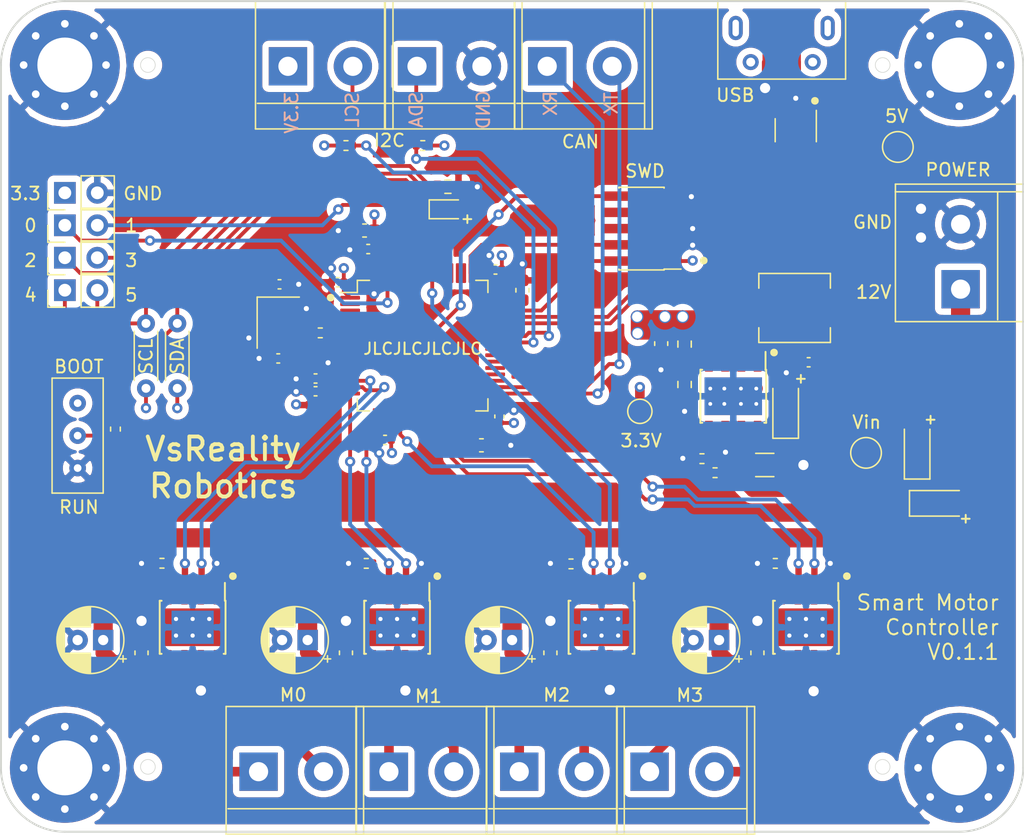
<source format=kicad_pcb>
(kicad_pcb (version 20171130) (host pcbnew "(5.1.8)-1")
  (layers (0 F.Cu signal) (1 In1.Cu signal) (2 In2.Cu signal) (31 B.Cu signal) (34 B.Paste user) (35 F.Paste user) (36 B.SilkS user) (37 F.SilkS user) (38 B.Mask user) (39 F.Mask user) (44 Edge.Cuts user))
  (net 0 "")
  (net 1 GND)
  (net 2 BACK_IN)
  (net 3 BACK_BOOT)
  (net 4 BACK_PH)
  (net 5 +3V3)
  (net 6 VM)
  (net 7 +3.3VA)
  (net 8 "Net-(C15-Pad1)")
  (net 9 "Net-(C16-Pad1)")
  (net 10 HSE_IN)
  (net 11 "Net-(C18-Pad1)")
  (net 12 +5V)
  (net 13 LED)
  (net 14 "Net-(D3-Pad1)")
  (net 15 NRST)
  (net 16 "Net-(J4-Pad8)")
  (net 17 "Net-(J4-Pad7)")
  (net 18 "Net-(J4-Pad6)")
  (net 19 SWCLK)
  (net 20 SWDIO)
  (net 21 I2C1_SCL)
  (net 22 I2C1_SDA)
  (net 23 GPIO1)
  (net 24 GPIO0)
  (net 25 GPIO3)
  (net 26 GPIO2)
  (net 27 BACK_EN)
  (net 28 BOOT0)
  (net 29 "Net-(R4-Pad1)")
  (net 30 HSE_OUT)
  (net 31 BACK_VSENSE)
  (net 32 "Net-(R10-Pad1)")
  (net 33 "Net-(R11-Pad1)")
  (net 34 "Net-(R12-Pad1)")
  (net 35 "Net-(R13-Pad1)")
  (net 36 I2C3_SCL)
  (net 37 I2C3_SDA)
  (net 38 "Net-(U1-Pad3)")
  (net 39 "Net-(U1-Pad2)")
  (net 40 M2_OUT2)
  (net 41 "Net-(U2-Pad54)")
  (net 42 "Net-(U2-Pad52)")
  (net 43 "Net-(U2-Pad51)")
  (net 44 "Net-(U2-Pad50)")
  (net 45 USB_D+)
  (net 46 USB_D-)
  (net 47 "Net-(U2-Pad43)")
  (net 48 "Net-(U2-Pad40)")
  (net 49 "Net-(U2-Pad39)")
  (net 50 "Net-(U2-Pad38)")
  (net 51 "Net-(U2-Pad37)")
  (net 52 "Net-(U2-Pad36)")
  (net 53 "Net-(U2-Pad35)")
  (net 54 CAN2_TX)
  (net 55 CAN2_RX)
  (net 56 M3_OUT2)
  (net 57 M3_OUT1)
  (net 58 "Net-(U2-Pad28)")
  (net 59 "Net-(U2-Pad27)")
  (net 60 "Net-(U2-Pad26)")
  (net 61 "Net-(U2-Pad25)")
  (net 62 "Net-(U2-Pad24)")
  (net 63 "Net-(U2-Pad23)")
  (net 64 "Net-(U2-Pad22)")
  (net 65 M2_OUT1)
  (net 66 "Net-(U2-Pad20)")
  (net 67 M1_OUT2)
  (net 68 M1_OUT1)
  (net 69 M0_OUT2)
  (net 70 M0_OUT1)
  (net 71 "Net-(U2-Pad11)")
  (net 72 "Net-(U2-Pad10)")
  (net 73 "Net-(U2-Pad9)")
  (net 74 "Net-(U2-Pad8)")
  (net 75 "Net-(U2-Pad4)")
  (net 76 "Net-(U2-Pad3)")
  (net 77 "Net-(U2-Pad2)")
  (net 78 USB_CONN_D+)
  (net 79 USB_CONN_D-)
  (net 80 "Net-(J11-Pad2)")
  (net 81 "Net-(J11-Pad1)")
  (net 82 "Net-(J12-Pad2)")
  (net 83 "Net-(J12-Pad1)")
  (net 84 "Net-(J13-Pad2)")
  (net 85 "Net-(J13-Pad1)")
  (net 86 "Net-(J14-Pad2)")
  (net 87 "Net-(J14-Pad1)")
  (net 88 "Net-(J10-Pad6)")
  (net 89 "Net-(J10-Pad4)")
  (module Resistor_THT:R_Axial_DIN0204_L3.6mm_D1.6mm_P5.08mm_Horizontal (layer F.Cu) (at 58.8 75.3 90)
    (fp_text reference R3)
    (fp_text value 2k2)
    (pad 2 thru_hole oval (at 5.08 0 90) (size 1.4 1.4) (drill 0.7) (layers *.Cu *.Mask) (net 22 I2C1_SDA))
    (pad 1 thru_hole circle (at 0 0 90) (size 1.4 1.4) (drill 0.7) (layers *.Cu *.Mask) (net 5 +3V3))
  )
  (module Resistor_THT:R_Axial_DIN0204_L3.6mm_D1.6mm_P5.08mm_Horizontal (layer F.Cu) (at 56.35 75.3 90)
    (fp_text reference R2)
    (fp_text value 2k2)
    (pad 2 thru_hole oval (at 5.08 0 90) (size 1.4 1.4) (drill 0.7) (layers *.Cu *.Mask) (net 21 I2C1_SCL))
    (pad 1 thru_hole circle (at 0 0 90) (size 1.4 1.4) (drill 0.7) (layers *.Cu *.Mask) (net 5 +3V3))
  )
  (module TestPoint:TestPoint_Pad_D1.5mm (layer F.Cu) (at 95 77.1)
    (fp_text reference TP3)
    (fp_text value 3.3V)
    (pad 1 smd circle (at 0 0) (size 1.5 1.5) (layers F.Cu F.Mask) (net 5 +3V3))
  )
  (module TestPoint:TestPoint_Pad_D2.0mm (layer F.Cu) (at 115.19 56.41)
    (fp_text reference TP2)
    (fp_text value 5V)
    (pad 1 smd circle (at 0 0) (size 2 2) (layers F.Cu F.Mask) (net 12 +5V))
  )
  (module Connector_PinHeader_2.54mm:PinHeader_1x02_P2.54mm_Vertical (layer F.Cu) (at 50 67.62 90)
    (fp_text reference J5)
    (fp_text value Conn_01x02)
    (pad 2 thru_hole oval (at 0 2.54 90) (size 1.7 1.7) (drill 1) (layers *.Cu *.Mask) (net 21 I2C1_SCL))
    (pad 1 thru_hole rect (at 0 0 90) (size 1.7 1.7) (drill 1) (layers *.Cu *.Mask) (net 22 I2C1_SDA))
  )
  (module VsReality_Footprints:U-F-M5DD-W-L (layer F.Cu) (at 106.1 47.1 180)
    (fp_text reference J10)
    (fp_text value USB_B_Micro)
    (pad 6 thru_hole circle (at 2.425 -2.67) (size 1.25 1.25) (drill 0.7) (layers *.Cu *.Mask) (net 88 "Net-(J10-Pad6)"))
    (pad 6 thru_hole circle (at -2.425 -2.67) (size 1.25 1.25) (drill 0.7) (layers *.Cu *.Mask) (net 88 "Net-(J10-Pad6)"))
    (pad 5 smd rect (at 1.3 -2.67) (size 0.4 1.25) (layers F.Cu F.Paste F.Mask) (net 1 GND))
    (pad 4 smd rect (at 0.65 -2.67) (size 0.4 1.25) (layers F.Cu F.Paste F.Mask) (net 89 "Net-(J10-Pad4)"))
    (pad 1 smd rect (at -1.3 -2.67 180) (size 0.4 1.25) (layers F.Cu F.Paste F.Mask) (net 12 +5V))
    (pad 2 smd rect (at -0.65 -2.67) (size 0.4 1.25) (layers F.Cu F.Paste F.Mask) (net 79 USB_CONN_D-))
    (pad 3 smd rect (at 0 -2.67) (size 0.4 1.25) (layers F.Cu F.Paste F.Mask) (net 78 USB_CONN_D+))
    (pad 6 thru_hole oval (at -3.6 0) (size 1.1 1.9) (drill oval 0.5 1.3) (layers *.Cu *.Mask) (net 88 "Net-(J10-Pad6)"))
    (pad 6 thru_hole oval (at 3.6 0) (size 1.1 1.9) (drill oval 0.5 1.3) (layers *.Cu *.Mask) (net 88 "Net-(J10-Pad6)"))
  )
  (module VsReality_Footprints:SW_SPDT (layer F.Cu) (at 51 79)
    (fp_text reference SW1)
    (fp_text value SW_SPDT)
    (pad 3 thru_hole circle (at 0 2.54) (size 1.3 1.3) (drill 0.6) (layers *.Cu *.Mask) (net 1 GND))
    (pad 2 thru_hole circle (at 0 0) (size 1.3 1.3) (drill 0.6) (layers *.Cu *.Mask) (net 29 "Net-(R4-Pad1)"))
    (pad 1 thru_hole circle (at 0 -2.54) (size 1.3 1.3) (drill 0.6) (layers *.Cu *.Mask) (net 5 +3V3))
  )
  (module TestPoint:TestPoint_Pad_D2.0mm (layer F.Cu) (at 112.7 80.35)
    (fp_text reference TP1)
    (fp_text value Vin)
    (pad 1 smd circle (at 0 0) (size 2 2) (layers F.Cu F.Mask) (net 2 BACK_IN))
  )
  (module VsReality_Footprints:DB128L_5.08_2P_GN_S (layer F.Cu) (at 98.3 105.2)
    (fp_text reference J14)
    (fp_text value M3_CONN)
    (pad 2 thru_hole circle (at 2.54 0.1) (size 3 3) (drill 1.5) (layers *.Cu *.Mask) (net 86 "Net-(J14-Pad2)"))
    (pad 1 thru_hole rect (at -2.54 0.1 90) (size 3 3) (drill 1.5) (layers *.Cu *.Mask) (net 87 "Net-(J14-Pad1)"))
  )
  (module VsReality_Footprints:DB128L_5.08_2P_GN_S (layer F.Cu) (at 88.1 105.2)
    (fp_text reference J13)
    (fp_text value M2_CONN)
    (pad 2 thru_hole circle (at 2.54 0.1) (size 3 3) (drill 1.5) (layers *.Cu *.Mask) (net 84 "Net-(J13-Pad2)"))
    (pad 1 thru_hole rect (at -2.54 0.1 90) (size 3 3) (drill 1.5) (layers *.Cu *.Mask) (net 85 "Net-(J13-Pad1)"))
  )
  (module VsReality_Footprints:DB128L_5.08_2P_GN_S (layer F.Cu) (at 77.9 105.2)
    (fp_text reference J12)
    (fp_text value M1_CONN)
    (pad 2 thru_hole circle (at 2.54 0.1) (size 3 3) (drill 1.5) (layers *.Cu *.Mask) (net 82 "Net-(J12-Pad2)"))
    (pad 1 thru_hole rect (at -2.54 0.1 90) (size 3 3) (drill 1.5) (layers *.Cu *.Mask) (net 83 "Net-(J12-Pad1)"))
  )
  (module VsReality_Footprints:DB128L_5.08_2P_GN_S (layer F.Cu) (at 67.7 105.2)
    (fp_text reference J11)
    (fp_text value M0_CONN)
    (pad 2 thru_hole circle (at 2.54 0.1) (size 3 3) (drill 1.5) (layers *.Cu *.Mask) (net 80 "Net-(J11-Pad2)"))
    (pad 1 thru_hole rect (at -2.54 0.1 90) (size 3 3) (drill 1.5) (layers *.Cu *.Mask) (net 81 "Net-(J11-Pad1)"))
  )
  (module VsReality_Footprints:DB128L_5.08_2P_GN_S (layer F.Cu) (at 90.29 50)
    (fp_text reference J8)
    (fp_text value CAN_CONN)
    (pad 2 thru_hole circle (at 2.54 0.1) (size 3 3) (drill 1.5) (layers *.Cu *.Mask) (net 54 CAN2_TX))
    (pad 1 thru_hole rect (at -2.54 0.1 90) (size 3 3) (drill 1.5) (layers *.Cu *.Mask) (net 55 CAN2_RX))
  )
  (module VsReality_Footprints:DB128L_5.08_2P_GN_S (layer F.Cu) (at 80.1 50)
    (fp_text reference J2)
    (fp_text value I2C_CONN_2)
    (pad 2 thru_hole circle (at 2.54 0.1) (size 3 3) (drill 1.5) (layers *.Cu *.Mask) (net 1 GND))
    (pad 1 thru_hole rect (at -2.54 0.1 90) (size 3 3) (drill 1.5) (layers *.Cu *.Mask) (net 37 I2C3_SDA))
  )
  (module VsReality_Footprints:DB128L_5.08_2P_GN_S (layer F.Cu) (at 70 50)
    (fp_text reference J1)
    (fp_text value I2C_CONN_1)
    (pad 2 thru_hole circle (at 2.54 0.1) (size 3 3) (drill 1.5) (layers *.Cu *.Mask) (net 36 I2C3_SCL))
    (pad 1 thru_hole rect (at -2.54 0.1 90) (size 3 3) (drill 1.5) (layers *.Cu *.Mask) (net 5 +3V3))
  )
  (module VsReality_Footprints:DB128L_5.08_2P_GN_S (layer F.Cu) (at 120 65 90)
    (fp_text reference J9)
    (fp_text value "Input 12V")
    (pad 2 thru_hole circle (at 2.54 0.1 90) (size 3 3) (drill 1.5) (layers *.Cu *.Mask) (net 1 GND))
    (pad 1 thru_hole rect (at -2.54 0.1 180) (size 3 3) (drill 1.5) (layers *.Cu *.Mask) (net 6 VM))
  )
  (module Package_SO:Texas_HTSOP-8-1EP_3.9x4.9mm_P1.27mm_EP2.95x4.9mm_Mask2.4x3.1mm_ThermalVias (layer F.Cu) (at 108 94 270)
    (fp_text reference U7)
    (fp_text value DRV8871DDA)
    (pad 9 thru_hole circle (at 0.65 1.3 270) (size 0.63 0.63) (drill 0.33) (layers *.Cu *.Mask) (net 1 GND))
    (pad 9 thru_hole circle (at -0.65 1.3 270) (size 0.63 0.63) (drill 0.33) (layers *.Cu *.Mask) (net 1 GND))
    (pad 9 thru_hole circle (at 0.65 -1.3 270) (size 0.63 0.63) (drill 0.33) (layers *.Cu *.Mask) (net 1 GND))
    (pad 9 thru_hole circle (at 0.65 0 270) (size 0.63 0.63) (drill 0.33) (layers *.Cu *.Mask) (net 1 GND))
    (pad 9 thru_hole circle (at -0.65 0 270) (size 0.63 0.63) (drill 0.33) (layers *.Cu *.Mask) (net 1 GND))
    (pad 9 thru_hole circle (at -0.65 -1.3 270) (size 0.63 0.63) (drill 0.33) (layers *.Cu *.Mask) (net 1 GND))
    (pad 9 smd rect (at 0 0 270) (size 2.95 4.9) (layers F.Cu) (net 1 GND))
    (pad 8 smd rect (at 2.875 -1.905 270) (size 2.2 0.5) (layers F.Cu F.Paste F.Mask) (net 86 "Net-(J14-Pad2)"))
    (pad 7 smd rect (at 2.875 -0.635 270) (size 2.2 0.5) (layers F.Cu F.Paste F.Mask) (net 1 GND))
    (pad 6 smd rect (at 2.875 0.635 270) (size 2.2 0.5) (layers F.Cu F.Paste F.Mask) (net 87 "Net-(J14-Pad1)"))
    (pad 5 smd rect (at 2.875 1.905 270) (size 2.2 0.5) (layers F.Cu F.Paste F.Mask) (net 6 VM))
    (pad 4 smd rect (at -2.875 1.905 270) (size 2.2 0.5) (layers F.Cu F.Paste F.Mask) (net 35 "Net-(R13-Pad1)"))
    (pad 3 smd rect (at -2.875 0.635 270) (size 2.2 0.5) (layers F.Cu F.Paste F.Mask) (net 57 M3_OUT1))
    (pad 2 smd rect (at -2.875 -0.635 270) (size 2.2 0.5) (layers F.Cu F.Paste F.Mask) (net 56 M3_OUT2))
    (pad 1 smd rect (at -2.875 -1.905 270) (size 2.2 0.5) (layers F.Cu F.Paste F.Mask) (net 1 GND))
    (pad 9 smd rect (at 0 0 270) (size 2.6 3.3) (layers B.Cu) (net 1 GND))
  )
  (module Package_SO:Texas_HTSOP-8-1EP_3.9x4.9mm_P1.27mm_EP2.95x4.9mm_Mask2.4x3.1mm_ThermalVias (layer F.Cu) (at 92 94 270)
    (fp_text reference U6)
    (fp_text value DRV8871DDA)
    (pad 9 thru_hole circle (at 0.65 1.3 270) (size 0.63 0.63) (drill 0.33) (layers *.Cu *.Mask) (net 1 GND))
    (pad 9 thru_hole circle (at -0.65 1.3 270) (size 0.63 0.63) (drill 0.33) (layers *.Cu *.Mask) (net 1 GND))
    (pad 9 thru_hole circle (at 0.65 -1.3 270) (size 0.63 0.63) (drill 0.33) (layers *.Cu *.Mask) (net 1 GND))
    (pad 9 thru_hole circle (at 0.65 0 270) (size 0.63 0.63) (drill 0.33) (layers *.Cu *.Mask) (net 1 GND))
    (pad 9 thru_hole circle (at -0.65 0 270) (size 0.63 0.63) (drill 0.33) (layers *.Cu *.Mask) (net 1 GND))
    (pad 9 thru_hole circle (at -0.65 -1.3 270) (size 0.63 0.63) (drill 0.33) (layers *.Cu *.Mask) (net 1 GND))
    (pad 9 smd rect (at 0 0 270) (size 2.95 4.9) (layers F.Cu) (net 1 GND))
    (pad 8 smd rect (at 2.875 -1.905 270) (size 2.2 0.5) (layers F.Cu F.Paste F.Mask) (net 84 "Net-(J13-Pad2)"))
    (pad 7 smd rect (at 2.875 -0.635 270) (size 2.2 0.5) (layers F.Cu F.Paste F.Mask) (net 1 GND))
    (pad 6 smd rect (at 2.875 0.635 270) (size 2.2 0.5) (layers F.Cu F.Paste F.Mask) (net 85 "Net-(J13-Pad1)"))
    (pad 5 smd rect (at 2.875 1.905 270) (size 2.2 0.5) (layers F.Cu F.Paste F.Mask) (net 6 VM))
    (pad 4 smd rect (at -2.875 1.905 270) (size 2.2 0.5) (layers F.Cu F.Paste F.Mask) (net 34 "Net-(R12-Pad1)"))
    (pad 3 smd rect (at -2.875 0.635 270) (size 2.2 0.5) (layers F.Cu F.Paste F.Mask) (net 65 M2_OUT1))
    (pad 2 smd rect (at -2.875 -0.635 270) (size 2.2 0.5) (layers F.Cu F.Paste F.Mask) (net 40 M2_OUT2))
    (pad 1 smd rect (at -2.875 -1.905 270) (size 2.2 0.5) (layers F.Cu F.Paste F.Mask) (net 1 GND))
    (pad 9 smd rect (at 0 0 270) (size 2.6 3.3) (layers B.Cu) (net 1 GND))
  )
  (module Package_SO:Texas_HTSOP-8-1EP_3.9x4.9mm_P1.27mm_EP2.95x4.9mm_Mask2.4x3.1mm_ThermalVias (layer F.Cu) (at 76 94 270)
    (fp_text reference U5)
    (fp_text value DRV8871DDA)
    (pad 9 thru_hole circle (at 0.65 1.3 270) (size 0.63 0.63) (drill 0.33) (layers *.Cu *.Mask) (net 1 GND))
    (pad 9 thru_hole circle (at -0.65 1.3 270) (size 0.63 0.63) (drill 0.33) (layers *.Cu *.Mask) (net 1 GND))
    (pad 9 thru_hole circle (at 0.65 -1.3 270) (size 0.63 0.63) (drill 0.33) (layers *.Cu *.Mask) (net 1 GND))
    (pad 9 thru_hole circle (at 0.65 0 270) (size 0.63 0.63) (drill 0.33) (layers *.Cu *.Mask) (net 1 GND))
    (pad 9 thru_hole circle (at -0.65 0 270) (size 0.63 0.63) (drill 0.33) (layers *.Cu *.Mask) (net 1 GND))
    (pad 9 thru_hole circle (at -0.65 -1.3 270) (size 0.63 0.63) (drill 0.33) (layers *.Cu *.Mask) (net 1 GND))
    (pad 9 smd rect (at 0 0 270) (size 2.95 4.9) (layers F.Cu) (net 1 GND))
    (pad 8 smd rect (at 2.875 -1.905 270) (size 2.2 0.5) (layers F.Cu F.Paste F.Mask) (net 82 "Net-(J12-Pad2)"))
    (pad 7 smd rect (at 2.875 -0.635 270) (size 2.2 0.5) (layers F.Cu F.Paste F.Mask) (net 1 GND))
    (pad 6 smd rect (at 2.875 0.635 270) (size 2.2 0.5) (layers F.Cu F.Paste F.Mask) (net 83 "Net-(J12-Pad1)"))
    (pad 5 smd rect (at 2.875 1.905 270) (size 2.2 0.5) (layers F.Cu F.Paste F.Mask) (net 6 VM))
    (pad 4 smd rect (at -2.875 1.905 270) (size 2.2 0.5) (layers F.Cu F.Paste F.Mask) (net 33 "Net-(R11-Pad1)"))
    (pad 3 smd rect (at -2.875 0.635 270) (size 2.2 0.5) (layers F.Cu F.Paste F.Mask) (net 68 M1_OUT1))
    (pad 2 smd rect (at -2.875 -0.635 270) (size 2.2 0.5) (layers F.Cu F.Paste F.Mask) (net 67 M1_OUT2))
    (pad 1 smd rect (at -2.875 -1.905 270) (size 2.2 0.5) (layers F.Cu F.Paste F.Mask) (net 1 GND))
    (pad 9 smd rect (at 0 0 270) (size 2.6 3.3) (layers B.Cu) (net 1 GND))
  )
  (module Package_SO:Texas_HTSOP-8-1EP_3.9x4.9mm_P1.27mm_EP2.95x4.9mm_Mask2.4x3.1mm_ThermalVias (layer F.Cu) (at 60 94 270)
    (fp_text reference U4)
    (fp_text value DRV8871DDA)
    (pad 9 thru_hole circle (at 0.65 1.3 270) (size 0.63 0.63) (drill 0.33) (layers *.Cu *.Mask) (net 1 GND))
    (pad 9 thru_hole circle (at -0.65 1.3 270) (size 0.63 0.63) (drill 0.33) (layers *.Cu *.Mask) (net 1 GND))
    (pad 9 thru_hole circle (at 0.65 -1.3 270) (size 0.63 0.63) (drill 0.33) (layers *.Cu *.Mask) (net 1 GND))
    (pad 9 thru_hole circle (at 0.65 0 270) (size 0.63 0.63) (drill 0.33) (layers *.Cu *.Mask) (net 1 GND))
    (pad 9 thru_hole circle (at -0.65 0 270) (size 0.63 0.63) (drill 0.33) (layers *.Cu *.Mask) (net 1 GND))
    (pad 9 thru_hole circle (at -0.65 -1.3 270) (size 0.63 0.63) (drill 0.33) (layers *.Cu *.Mask) (net 1 GND))
    (pad 9 smd rect (at 0 0 270) (size 2.95 4.9) (layers F.Cu) (net 1 GND))
    (pad 8 smd rect (at 2.875 -1.905 270) (size 2.2 0.5) (layers F.Cu F.Paste F.Mask) (net 80 "Net-(J11-Pad2)"))
    (pad 7 smd rect (at 2.875 -0.635 270) (size 2.2 0.5) (layers F.Cu F.Paste F.Mask) (net 1 GND))
    (pad 6 smd rect (at 2.875 0.635 270) (size 2.2 0.5) (layers F.Cu F.Paste F.Mask) (net 81 "Net-(J11-Pad1)"))
    (pad 5 smd rect (at 2.875 1.905 270) (size 2.2 0.5) (layers F.Cu F.Paste F.Mask) (net 6 VM))
    (pad 4 smd rect (at -2.875 1.905 270) (size 2.2 0.5) (layers F.Cu F.Paste F.Mask) (net 32 "Net-(R10-Pad1)"))
    (pad 3 smd rect (at -2.875 0.635 270) (size 2.2 0.5) (layers F.Cu F.Paste F.Mask) (net 70 M0_OUT1))
    (pad 2 smd rect (at -2.875 -0.635 270) (size 2.2 0.5) (layers F.Cu F.Paste F.Mask) (net 69 M0_OUT2))
    (pad 1 smd rect (at -2.875 -1.905 270) (size 2.2 0.5) (layers F.Cu F.Paste F.Mask) (net 1 GND))
    (pad 9 smd rect (at 0 0 270) (size 2.6 3.3) (layers B.Cu) (net 1 GND))
  )
  (module Package_TO_SOT_SMD:SOT-23-6 (layer F.Cu) (at 107.2 55.1 270)
    (fp_text reference U3)
    (fp_text value USBLC6-2SC6)
    (pad 5 smd rect (at 1.1 0 270) (size 1.06 0.65) (layers F.Cu F.Paste F.Mask) (net 12 +5V))
    (pad 6 smd rect (at 1.1 -0.95 270) (size 1.06 0.65) (layers F.Cu F.Paste F.Mask) (net 46 USB_D-))
    (pad 4 smd rect (at 1.1 0.95 270) (size 1.06 0.65) (layers F.Cu F.Paste F.Mask) (net 45 USB_D+))
    (pad 3 smd rect (at -1.1 0.95 270) (size 1.06 0.65) (layers F.Cu F.Paste F.Mask) (net 78 USB_CONN_D+))
    (pad 2 smd rect (at -1.1 0 270) (size 1.06 0.65) (layers F.Cu F.Paste F.Mask) (net 1 GND))
    (pad 1 smd rect (at -1.1 -0.95 270) (size 1.06 0.65) (layers F.Cu F.Paste F.Mask) (net 79 USB_CONN_D-))
  )
  (module Package_QFP:LQFP-64_10x10mm_P0.5mm (layer F.Cu) (at 78 71.96)
    (fp_text reference U2)
    (fp_text value STM32F405RGT6)
    (pad 64 smd roundrect (at -3.75 -5.675) (size 0.3 1.55) (layers F.Cu F.Paste F.Mask) (net 5 +3V3))
    (pad 63 smd roundrect (at -3.25 -5.675) (size 0.3 1.55) (layers F.Cu F.Paste F.Mask) (net 1 GND))
    (pad 62 smd roundrect (at -2.75 -5.675) (size 0.3 1.55) (layers F.Cu F.Paste F.Mask) (net 24 GPIO0))
    (pad 61 smd roundrect (at -2.25 -5.675) (size 0.3 1.55) (layers F.Cu F.Paste F.Mask) (net 23 GPIO1))
    (pad 60 smd roundrect (at -1.75 -5.675) (size 0.3 1.55) (layers F.Cu F.Paste F.Mask) (net 28 BOOT0))
    (pad 59 smd roundrect (at -1.25 -5.675) (size 0.3 1.55) (layers F.Cu F.Paste F.Mask) (net 22 I2C1_SDA))
    (pad 58 smd roundrect (at -0.75 -5.675) (size 0.3 1.55) (layers F.Cu F.Paste F.Mask) (net 21 I2C1_SCL))
    (pad 57 smd roundrect (at -0.25 -5.675) (size 0.3 1.55) (layers F.Cu F.Paste F.Mask) (net 26 GPIO2))
    (pad 56 smd roundrect (at 0.25 -5.675) (size 0.3 1.55) (layers F.Cu F.Paste F.Mask) (net 25 GPIO3))
    (pad 55 smd roundrect (at 0.75 -5.675) (size 0.3 1.55) (layers F.Cu F.Paste F.Mask) (net 40 M2_OUT2))
    (pad 54 smd roundrect (at 1.25 -5.675) (size 0.3 1.55) (layers F.Cu F.Paste F.Mask) (net 41 "Net-(U2-Pad54)"))
    (pad 53 smd roundrect (at 1.75 -5.675) (size 0.3 1.55) (layers F.Cu F.Paste F.Mask) (net 13 LED))
    (pad 52 smd roundrect (at 2.25 -5.675) (size 0.3 1.55) (layers F.Cu F.Paste F.Mask) (net 42 "Net-(U2-Pad52)"))
    (pad 51 smd roundrect (at 2.75 -5.675) (size 0.3 1.55) (layers F.Cu F.Paste F.Mask) (net 43 "Net-(U2-Pad51)"))
    (pad 50 smd roundrect (at 3.25 -5.675) (size 0.3 1.55) (layers F.Cu F.Paste F.Mask) (net 44 "Net-(U2-Pad50)"))
    (pad 49 smd roundrect (at 3.75 -5.675) (size 0.3 1.55) (layers F.Cu F.Paste F.Mask) (net 19 SWCLK))
    (pad 48 smd roundrect (at 5.675 -3.75) (size 1.55 0.3) (layers F.Cu F.Paste F.Mask) (net 5 +3V3))
    (pad 47 smd roundrect (at 5.675 -3.25) (size 1.55 0.3) (layers F.Cu F.Paste F.Mask) (net 9 "Net-(C16-Pad1)"))
    (pad 46 smd roundrect (at 5.675 -2.75) (size 1.55 0.3) (layers F.Cu F.Paste F.Mask) (net 20 SWDIO))
    (pad 45 smd roundrect (at 5.675 -2.25) (size 1.55 0.3) (layers F.Cu F.Paste F.Mask) (net 45 USB_D+))
    (pad 44 smd roundrect (at 5.675 -1.75) (size 1.55 0.3) (layers F.Cu F.Paste F.Mask) (net 46 USB_D-))
    (pad 43 smd roundrect (at 5.675 -1.25) (size 1.55 0.3) (layers F.Cu F.Paste F.Mask) (net 47 "Net-(U2-Pad43)"))
    (pad 42 smd roundrect (at 5.675 -0.75) (size 1.55 0.3) (layers F.Cu F.Paste F.Mask) (net 37 I2C3_SDA))
    (pad 41 smd roundrect (at 5.675 -0.25) (size 1.55 0.3) (layers F.Cu F.Paste F.Mask) (net 36 I2C3_SCL))
    (pad 40 smd roundrect (at 5.675 0.25) (size 1.55 0.3) (layers F.Cu F.Paste F.Mask) (net 48 "Net-(U2-Pad40)"))
    (pad 39 smd roundrect (at 5.675 0.75) (size 1.55 0.3) (layers F.Cu F.Paste F.Mask) (net 49 "Net-(U2-Pad39)"))
    (pad 38 smd roundrect (at 5.675 1.25) (size 1.55 0.3) (layers F.Cu F.Paste F.Mask) (net 50 "Net-(U2-Pad38)"))
    (pad 37 smd roundrect (at 5.675 1.75) (size 1.55 0.3) (layers F.Cu F.Paste F.Mask) (net 51 "Net-(U2-Pad37)"))
    (pad 36 smd roundrect (at 5.675 2.25) (size 1.55 0.3) (layers F.Cu F.Paste F.Mask) (net 52 "Net-(U2-Pad36)"))
    (pad 35 smd roundrect (at 5.675 2.75) (size 1.55 0.3) (layers F.Cu F.Paste F.Mask) (net 53 "Net-(U2-Pad35)"))
    (pad 34 smd roundrect (at 5.675 3.25) (size 1.55 0.3) (layers F.Cu F.Paste F.Mask) (net 54 CAN2_TX))
    (pad 33 smd roundrect (at 5.675 3.75) (size 1.55 0.3) (layers F.Cu F.Paste F.Mask) (net 55 CAN2_RX))
    (pad 32 smd roundrect (at 3.75 5.675) (size 0.3 1.55) (layers F.Cu F.Paste F.Mask) (net 5 +3V3))
    (pad 31 smd roundrect (at 3.25 5.675) (size 0.3 1.55) (layers F.Cu F.Paste F.Mask) (net 8 "Net-(C15-Pad1)"))
    (pad 30 smd roundrect (at 2.75 5.675) (size 0.3 1.55) (layers F.Cu F.Paste F.Mask) (net 56 M3_OUT2))
    (pad 29 smd roundrect (at 2.25 5.675) (size 0.3 1.55) (layers F.Cu F.Paste F.Mask) (net 57 M3_OUT1))
    (pad 28 smd roundrect (at 1.75 5.675) (size 0.3 1.55) (layers F.Cu F.Paste F.Mask) (net 58 "Net-(U2-Pad28)"))
    (pad 27 smd roundrect (at 1.25 5.675) (size 0.3 1.55) (layers F.Cu F.Paste F.Mask) (net 59 "Net-(U2-Pad27)"))
    (pad 26 smd roundrect (at 0.75 5.675) (size 0.3 1.55) (layers F.Cu F.Paste F.Mask) (net 60 "Net-(U2-Pad26)"))
    (pad 25 smd roundrect (at 0.25 5.675) (size 0.3 1.55) (layers F.Cu F.Paste F.Mask) (net 61 "Net-(U2-Pad25)"))
    (pad 24 smd roundrect (at -0.25 5.675) (size 0.3 1.55) (layers F.Cu F.Paste F.Mask) (net 62 "Net-(U2-Pad24)"))
    (pad 23 smd roundrect (at -0.75 5.675) (size 0.3 1.55) (layers F.Cu F.Paste F.Mask) (net 63 "Net-(U2-Pad23)"))
    (pad 22 smd roundrect (at -1.25 5.675) (size 0.3 1.55) (layers F.Cu F.Paste F.Mask) (net 64 "Net-(U2-Pad22)"))
    (pad 21 smd roundrect (at -1.75 5.675) (size 0.3 1.55) (layers F.Cu F.Paste F.Mask) (net 65 M2_OUT1))
    (pad 20 smd roundrect (at -2.25 5.675) (size 0.3 1.55) (layers F.Cu F.Paste F.Mask) (net 66 "Net-(U2-Pad20)"))
    (pad 19 smd roundrect (at -2.75 5.675) (size 0.3 1.55) (layers F.Cu F.Paste F.Mask) (net 5 +3V3))
    (pad 18 smd roundrect (at -3.25 5.675) (size 0.3 1.55) (layers F.Cu F.Paste F.Mask) (net 1 GND))
    (pad 17 smd roundrect (at -3.75 5.675) (size 0.3 1.55) (layers F.Cu F.Paste F.Mask) (net 67 M1_OUT2))
    (pad 16 smd roundrect (at -5.675 3.75) (size 1.55 0.3) (layers F.Cu F.Paste F.Mask) (net 68 M1_OUT1))
    (pad 15 smd roundrect (at -5.675 3.25) (size 1.55 0.3) (layers F.Cu F.Paste F.Mask) (net 69 M0_OUT2))
    (pad 14 smd roundrect (at -5.675 2.75) (size 1.55 0.3) (layers F.Cu F.Paste F.Mask) (net 70 M0_OUT1))
    (pad 13 smd roundrect (at -5.675 2.25) (size 1.55 0.3) (layers F.Cu F.Paste F.Mask) (net 7 +3.3VA))
    (pad 12 smd roundrect (at -5.675 1.75) (size 1.55 0.3) (layers F.Cu F.Paste F.Mask) (net 1 GND))
    (pad 11 smd roundrect (at -5.675 1.25) (size 1.55 0.3) (layers F.Cu F.Paste F.Mask) (net 71 "Net-(U2-Pad11)"))
    (pad 10 smd roundrect (at -5.675 0.75) (size 1.55 0.3) (layers F.Cu F.Paste F.Mask) (net 72 "Net-(U2-Pad10)"))
    (pad 9 smd roundrect (at -5.675 0.25) (size 1.55 0.3) (layers F.Cu F.Paste F.Mask) (net 73 "Net-(U2-Pad9)"))
    (pad 8 smd roundrect (at -5.675 -0.25) (size 1.55 0.3) (layers F.Cu F.Paste F.Mask) (net 74 "Net-(U2-Pad8)"))
    (pad 7 smd roundrect (at -5.675 -0.75) (size 1.55 0.3) (layers F.Cu F.Paste F.Mask) (net 15 NRST))
    (pad 6 smd roundrect (at -5.675 -1.25) (size 1.55 0.3) (layers F.Cu F.Paste F.Mask) (net 30 HSE_OUT))
    (pad 5 smd roundrect (at -5.675 -1.75) (size 1.55 0.3) (layers F.Cu F.Paste F.Mask) (net 10 HSE_IN))
    (pad 4 smd roundrect (at -5.675 -2.25) (size 1.55 0.3) (layers F.Cu F.Paste F.Mask) (net 75 "Net-(U2-Pad4)"))
    (pad 3 smd roundrect (at -5.675 -2.75) (size 1.55 0.3) (layers F.Cu F.Paste F.Mask) (net 76 "Net-(U2-Pad3)"))
    (pad 2 smd roundrect (at -5.675 -3.25) (size 1.55 0.3) (layers F.Cu F.Paste F.Mask) (net 77 "Net-(U2-Pad2)"))
    (pad 1 smd roundrect (at -5.675 -3.75) (size 1.55 0.3) (layers F.Cu F.Paste F.Mask) (net 5 +3V3))
  )
  (module Package_SO:TI_SO-PowerPAD-8_ThermalVias (layer F.Cu) (at 102.31 75.92 270)
    (fp_text reference U1)
    (fp_text value TPS5430DDA)
    (pad 9 thru_hole circle (at 0.6 1.8 270) (size 0.6 0.6) (drill 0.3) (layers *.Cu) (net 1 GND))
    (pad 9 thru_hole circle (at 0.6 0.7 270) (size 0.6 0.6) (drill 0.3) (layers *.Cu) (net 1 GND))
    (pad 9 thru_hole circle (at -0.6 0.7 270) (size 0.6 0.6) (drill 0.3) (layers *.Cu) (net 1 GND))
    (pad 9 thru_hole circle (at -0.6 1.8 270) (size 0.6 0.6) (drill 0.3) (layers *.Cu) (net 1 GND))
    (pad 9 thru_hole circle (at 0.6 -1.8 270) (size 0.6 0.6) (drill 0.3) (layers *.Cu) (net 1 GND))
    (pad 9 thru_hole circle (at 0.6 -0.6 270) (size 0.6 0.6) (drill 0.3) (layers *.Cu) (net 1 GND))
    (pad 9 thru_hole circle (at -0.6 -0.6 270) (size 0.6 0.6) (drill 0.3) (layers *.Cu) (net 1 GND))
    (pad 9 thru_hole circle (at -0.6 -1.8 270) (size 0.6 0.6) (drill 0.3) (layers *.Cu) (net 1 GND))
    (pad 9 smd rect (at 0 0 270) (size 2.95 4.5) (layers B.Cu) (net 1 GND))
    (pad 8 smd rect (at 2.7 -1.905 270) (size 1.55 0.6) (layers F.Cu F.Paste F.Mask) (net 4 BACK_PH))
    (pad 7 smd rect (at 2.7 -0.635 270) (size 1.55 0.6) (layers F.Cu F.Paste F.Mask) (net 2 BACK_IN))
    (pad 6 smd rect (at 2.7 0.635 270) (size 1.55 0.6) (layers F.Cu F.Paste F.Mask) (net 1 GND))
    (pad 5 smd rect (at 2.7 1.905 270) (size 1.55 0.6) (layers F.Cu F.Paste F.Mask) (net 27 BACK_EN))
    (pad 4 smd rect (at -2.7 1.905 270) (size 1.55 0.6) (layers F.Cu F.Paste F.Mask) (net 31 BACK_VSENSE))
    (pad 3 smd rect (at -2.7 0.635 270) (size 1.55 0.6) (layers F.Cu F.Paste F.Mask) (net 38 "Net-(U1-Pad3)"))
    (pad 2 smd rect (at -2.7 -0.635 270) (size 1.55 0.6) (layers F.Cu F.Paste F.Mask) (net 39 "Net-(U1-Pad2)"))
    (pad 1 smd rect (at -2.7 -1.905 270) (size 1.55 0.6) (layers F.Cu F.Paste F.Mask) (net 3 BACK_BOOT))
    (pad 9 smd rect (at 0 0 270) (size 2.95 4.5) (layers F.Cu) (net 1 GND))
    (pad 9 smd rect (at 0 0 270) (size 2.6 3.1) (layers F.Cu F.Paste F.Mask) (net 1 GND))
  )
  (module Resistor_SMD:R_0402_1005Metric (layer F.Cu) (at 78.01 56.3 180)
    (fp_text reference R15)
    (fp_text value 2k2)
    (pad 2 smd roundrect (at 0.51 0 180) (size 0.54 0.64) (layers F.Cu F.Paste F.Mask) (net 37 I2C3_SDA))
    (pad 1 smd roundrect (at -0.51 0 180) (size 0.54 0.64) (layers F.Cu F.Paste F.Mask) (net 5 +3V3))
  )
  (module Resistor_SMD:R_0402_1005Metric (layer F.Cu) (at 72 56.3)
    (fp_text reference R14)
    (fp_text value 2k2)
    (pad 2 smd roundrect (at 0.51 0) (size 0.54 0.64) (layers F.Cu F.Paste F.Mask) (net 36 I2C3_SCL))
    (pad 1 smd roundrect (at -0.51 0) (size 0.54 0.64) (layers F.Cu F.Paste F.Mask) (net 5 +3V3))
  )
  (module Resistor_SMD:R_0402_1005Metric (layer F.Cu) (at 105.6 89 180)
    (fp_text reference R13)
    (fp_text value 68K)
    (pad 2 smd roundrect (at 0.51 0 180) (size 0.54 0.64) (layers F.Cu F.Paste F.Mask) (net 1 GND))
    (pad 1 smd roundrect (at -0.51 0 180) (size 0.54 0.64) (layers F.Cu F.Paste F.Mask) (net 35 "Net-(R13-Pad1)"))
  )
  (module Resistor_SMD:R_0402_1005Metric (layer F.Cu) (at 89.61 89.04 180)
    (fp_text reference R12)
    (fp_text value 68K)
    (pad 2 smd roundrect (at 0.51 0 180) (size 0.54 0.64) (layers F.Cu F.Paste F.Mask) (net 1 GND))
    (pad 1 smd roundrect (at -0.51 0 180) (size 0.54 0.64) (layers F.Cu F.Paste F.Mask) (net 34 "Net-(R12-Pad1)"))
  )
  (module Resistor_SMD:R_0402_1005Metric (layer F.Cu) (at 73.59 89 180)
    (fp_text reference R11)
    (fp_text value 68K)
    (pad 2 smd roundrect (at 0.51 0 180) (size 0.54 0.64) (layers F.Cu F.Paste F.Mask) (net 1 GND))
    (pad 1 smd roundrect (at -0.51 0 180) (size 0.54 0.64) (layers F.Cu F.Paste F.Mask) (net 33 "Net-(R11-Pad1)"))
  )
  (module Resistor_SMD:R_0402_1005Metric (layer F.Cu) (at 57.6 88.99 180)
    (fp_text reference R10)
    (fp_text value 68K)
    (pad 2 smd roundrect (at 0.51 0 180) (size 0.54 0.64) (layers F.Cu F.Paste F.Mask) (net 1 GND))
    (pad 1 smd roundrect (at -0.51 0 180) (size 0.54 0.64) (layers F.Cu F.Paste F.Mask) (net 32 "Net-(R10-Pad1)"))
  )
  (module Resistor_SMD:R_0603_1608Metric (layer F.Cu) (at 79.98 59.52)
    (fp_text reference R7)
    (fp_text value 100)
    (pad 2 smd roundrect (at 0.825 0) (size 0.8 0.95) (layers F.Cu F.Paste F.Mask) (net 1 GND))
    (pad 1 smd roundrect (at -0.825 0) (size 0.8 0.95) (layers F.Cu F.Paste F.Mask) (net 14 "Net-(D3-Pad1)"))
  )
  (module Resistor_SMD:R_0402_1005Metric (layer F.Cu) (at 69.99 70.96 180)
    (fp_text reference R6)
    (fp_text value 47)
    (pad 1 smd roundrect (at -0.51 0 180) (size 0.54 0.64) (layers F.Cu F.Paste F.Mask) (net 30 HSE_OUT))
    (pad 2 smd roundrect (at 0.51 0 180) (size 0.54 0.64) (layers F.Cu F.Paste F.Mask) (net 11 "Net-(C18-Pad1)"))
  )
  (module Resistor_SMD:R_0402_1005Metric (layer F.Cu) (at 99.86 80.805 180)
    (fp_text reference R5)
    (fp_text value 100K)
    (pad 2 smd roundrect (at 0.51 0 180) (size 0.54 0.64) (layers F.Cu F.Paste F.Mask) (net 1 GND))
    (pad 1 smd roundrect (at -0.51 0 180) (size 0.54 0.64) (layers F.Cu F.Paste F.Mask) (net 27 BACK_EN))
  )
  (module Resistor_SMD:R_0402_1005Metric (layer F.Cu) (at 53.96 78.49 90)
    (fp_text reference R4)
    (fp_text value 10k)
    (pad 2 smd roundrect (at 0.51 0 90) (size 0.54 0.64) (layers F.Cu F.Paste F.Mask) (net 28 BOOT0))
    (pad 1 smd roundrect (at -0.51 0 90) (size 0.54 0.64) (layers F.Cu F.Paste F.Mask) (net 29 "Net-(R4-Pad1)"))
  )
  (module Resistor_SMD:R_0402_1005Metric (layer F.Cu) (at 100.885 81.905 180)
    (fp_text reference R1)
    (fp_text value 100K)
    (pad 2 smd roundrect (at 0.51 0 180) (size 0.54 0.64) (layers F.Cu F.Paste F.Mask) (net 27 BACK_EN))
    (pad 1 smd roundrect (at -0.51 0 180) (size 0.54 0.64) (layers F.Cu F.Paste F.Mask) (net 2 BACK_IN))
  )
  (module Inductor_SMD:L_0402_1005Metric (layer F.Cu) (at 69.6 76.61)
    (fp_text reference L2)
    (fp_text value 39n)
    (pad 2 smd roundrect (at 0.485 0) (size 0.59 0.64) (layers F.Cu F.Paste F.Mask) (net 7 +3.3VA))
    (pad 1 smd roundrect (at -0.485 0) (size 0.59 0.64) (layers F.Cu F.Paste F.Mask) (net 5 +3V3))
  )
  (module Inductor_SMD:L_Sunlord_MWSA0518_5.4x5.2mm (layer F.Cu) (at 107.11 69.01 180)
    (fp_text reference L1)
    (fp_text value 10u)
    (pad 2 smd rect (at 2.05 0 180) (size 1.9 2.5) (layers F.Cu F.Paste F.Mask) (net 5 +3V3))
    (pad 1 smd rect (at -2.05 0 180) (size 1.9 2.5) (layers F.Cu F.Paste F.Mask) (net 4 BACK_PH))
  )
  (module Connector_PinHeader_2.54mm:PinHeader_1x02_P2.54mm_Vertical (layer F.Cu) (at 50 65.08 90)
    (fp_text reference J7)
    (fp_text value Conn_01x02)
    (pad 2 thru_hole oval (at 0 2.54 90) (size 1.7 1.7) (drill 1) (layers *.Cu *.Mask) (net 25 GPIO3))
    (pad 1 thru_hole rect (at 0 0 90) (size 1.7 1.7) (drill 1) (layers *.Cu *.Mask) (net 26 GPIO2))
  )
  (module Connector_PinHeader_2.54mm:PinHeader_1x02_P2.54mm_Vertical (layer F.Cu) (at 50 62.54 90)
    (fp_text reference J6)
    (fp_text value Conn_01x02)
    (pad 2 thru_hole oval (at 0 2.54 90) (size 1.7 1.7) (drill 1) (layers *.Cu *.Mask) (net 23 GPIO1))
    (pad 1 thru_hole rect (at 0 0 90) (size 1.7 1.7) (drill 1) (layers *.Cu *.Mask) (net 24 GPIO0))
  )
  (module Connector_PinHeader_1.27mm:PinHeader_2x05_P1.27mm_Vertical_SMD (layer F.Cu) (at 95.13 62.8 180)
    (fp_text reference J4)
    (fp_text value Conn_02x05_Odd_Even)
    (pad 10 smd rect (at 1.95 2.54 180) (size 2.4 0.74) (layers F.Cu F.Paste F.Mask) (net 15 NRST))
    (pad 9 smd rect (at -1.95 2.54 180) (size 2.4 0.74) (layers F.Cu F.Paste F.Mask) (net 1 GND))
    (pad 8 smd rect (at 1.95 1.27 180) (size 2.4 0.74) (layers F.Cu F.Paste F.Mask) (net 16 "Net-(J4-Pad8)"))
    (pad 7 smd rect (at -1.95 1.27 180) (size 2.4 0.74) (layers F.Cu F.Paste F.Mask) (net 17 "Net-(J4-Pad7)"))
    (pad 6 smd rect (at 1.95 0 180) (size 2.4 0.74) (layers F.Cu F.Paste F.Mask) (net 18 "Net-(J4-Pad6)"))
    (pad 5 smd rect (at -1.95 0 180) (size 2.4 0.74) (layers F.Cu F.Paste F.Mask) (net 1 GND))
    (pad 4 smd rect (at 1.95 -1.27 180) (size 2.4 0.74) (layers F.Cu F.Paste F.Mask) (net 19 SWCLK))
    (pad 3 smd rect (at -1.95 -1.27 180) (size 2.4 0.74) (layers F.Cu F.Paste F.Mask) (net 1 GND))
    (pad 2 smd rect (at 1.95 -2.54 180) (size 2.4 0.74) (layers F.Cu F.Paste F.Mask) (net 20 SWDIO))
    (pad 1 smd rect (at -1.95 -2.54 180) (size 2.4 0.74) (layers F.Cu F.Paste F.Mask) (net 5 +3V3))
  )
  (module Connector_PinHeader_2.54mm:PinHeader_1x02_P2.54mm_Vertical (layer F.Cu) (at 50 60 90)
    (fp_text reference J3)
    (fp_text value Conn_01x02)
    (pad 2 thru_hole oval (at 0 2.54 90) (size 1.7 1.7) (drill 1) (layers *.Cu *.Mask) (net 1 GND))
    (pad 1 thru_hole rect (at 0 0 90) (size 1.7 1.7) (drill 1) (layers *.Cu *.Mask) (net 5 +3V3))
  )
  (module Crystal:Crystal_SMD_3225-4Pin_3.2x2.5mm (layer F.Cu) (at 66.7 70.16 270)
    (fp_text reference HSE1)
    (fp_text value 16MHz)
    (pad 1 smd rect (at -1.1 0.85 270) (size 1.4 1.2) (layers F.Cu F.Paste F.Mask) (net 10 HSE_IN))
    (pad 2 smd rect (at 1.1 0.85 270) (size 1.4 1.2) (layers F.Cu F.Paste F.Mask) (net 1 GND))
    (pad 3 smd rect (at 1.1 -0.85 270) (size 1.4 1.2) (layers F.Cu F.Paste F.Mask) (net 11 "Net-(C18-Pad1)"))
    (pad 4 smd rect (at -1.1 -0.85 270) (size 1.4 1.2) (layers F.Cu F.Paste F.Mask) (net 1 GND))
  )
  (module MountingHole:MountingHole_4.3mm_M4_Pad_Via (layer F.Cu) (at 120 105)
    (fp_text reference H4)
    (fp_text value MountingHole_Pad)
    (pad 1 thru_hole circle (at 2.280419 -2.280419) (size 0.9 0.9) (drill 0.6) (layers *.Cu *.Mask) (net 1 GND))
    (pad 1 thru_hole circle (at 0 -3.225) (size 0.9 0.9) (drill 0.6) (layers *.Cu *.Mask) (net 1 GND))
    (pad 1 thru_hole circle (at -2.280419 -2.280419) (size 0.9 0.9) (drill 0.6) (layers *.Cu *.Mask) (net 1 GND))
    (pad 1 thru_hole circle (at -3.225 0) (size 0.9 0.9) (drill 0.6) (layers *.Cu *.Mask) (net 1 GND))
    (pad 1 thru_hole circle (at -2.280419 2.280419) (size 0.9 0.9) (drill 0.6) (layers *.Cu *.Mask) (net 1 GND))
    (pad 1 thru_hole circle (at 0 3.225) (size 0.9 0.9) (drill 0.6) (layers *.Cu *.Mask) (net 1 GND))
    (pad 1 thru_hole circle (at 2.280419 2.280419) (size 0.9 0.9) (drill 0.6) (layers *.Cu *.Mask) (net 1 GND))
    (pad 1 thru_hole circle (at 3.225 0) (size 0.9 0.9) (drill 0.6) (layers *.Cu *.Mask) (net 1 GND))
    (pad 1 thru_hole circle (at 0 0) (size 8.6 8.6) (drill 4.3) (layers *.Cu *.Mask) (net 1 GND))
  )
  (module MountingHole:MountingHole_4.3mm_M4_Pad_Via (layer F.Cu) (at 50 50)
    (fp_text reference H3)
    (fp_text value MountingHole_Pad)
    (pad 1 thru_hole circle (at 2.280419 -2.280419) (size 0.9 0.9) (drill 0.6) (layers *.Cu *.Mask) (net 1 GND))
    (pad 1 thru_hole circle (at 0 -3.225) (size 0.9 0.9) (drill 0.6) (layers *.Cu *.Mask) (net 1 GND))
    (pad 1 thru_hole circle (at -2.280419 -2.280419) (size 0.9 0.9) (drill 0.6) (layers *.Cu *.Mask) (net 1 GND))
    (pad 1 thru_hole circle (at -3.225 0) (size 0.9 0.9) (drill 0.6) (layers *.Cu *.Mask) (net 1 GND))
    (pad 1 thru_hole circle (at -2.280419 2.280419) (size 0.9 0.9) (drill 0.6) (layers *.Cu *.Mask) (net 1 GND))
    (pad 1 thru_hole circle (at 0 3.225) (size 0.9 0.9) (drill 0.6) (layers *.Cu *.Mask) (net 1 GND))
    (pad 1 thru_hole circle (at 2.280419 2.280419) (size 0.9 0.9) (drill 0.6) (layers *.Cu *.Mask) (net 1 GND))
    (pad 1 thru_hole circle (at 3.225 0) (size 0.9 0.9) (drill 0.6) (layers *.Cu *.Mask) (net 1 GND))
    (pad 1 thru_hole circle (at 0 0) (size 8.6 8.6) (drill 4.3) (layers *.Cu *.Mask) (net 1 GND))
  )
  (module MountingHole:MountingHole_4.3mm_M4_Pad_Via (layer F.Cu) (at 120 50)
    (fp_text reference H2)
    (fp_text value MountingHole_Pad)
    (pad 1 thru_hole circle (at 2.280419 -2.280419) (size 0.9 0.9) (drill 0.6) (layers *.Cu *.Mask) (net 1 GND))
    (pad 1 thru_hole circle (at 0 -3.225) (size 0.9 0.9) (drill 0.6) (layers *.Cu *.Mask) (net 1 GND))
    (pad 1 thru_hole circle (at -2.280419 -2.280419) (size 0.9 0.9) (drill 0.6) (layers *.Cu *.Mask) (net 1 GND))
    (pad 1 thru_hole circle (at -3.225 0) (size 0.9 0.9) (drill 0.6) (layers *.Cu *.Mask) (net 1 GND))
    (pad 1 thru_hole circle (at -2.280419 2.280419) (size 0.9 0.9) (drill 0.6) (layers *.Cu *.Mask) (net 1 GND))
    (pad 1 thru_hole circle (at 0 3.225) (size 0.9 0.9) (drill 0.6) (layers *.Cu *.Mask) (net 1 GND))
    (pad 1 thru_hole circle (at 2.280419 2.280419) (size 0.9 0.9) (drill 0.6) (layers *.Cu *.Mask) (net 1 GND))
    (pad 1 thru_hole circle (at 3.225 0) (size 0.9 0.9) (drill 0.6) (layers *.Cu *.Mask) (net 1 GND))
    (pad 1 thru_hole circle (at 0 0) (size 8.6 8.6) (drill 4.3) (layers *.Cu *.Mask) (net 1 GND))
  )
  (module MountingHole:MountingHole_4.3mm_M4_Pad_Via (layer F.Cu) (at 50 105)
    (fp_text reference H1)
    (fp_text value MountingHole_Pad)
    (pad 1 thru_hole circle (at 2.280419 -2.280419) (size 0.9 0.9) (drill 0.6) (layers *.Cu *.Mask) (net 1 GND))
    (pad 1 thru_hole circle (at 0 -3.225) (size 0.9 0.9) (drill 0.6) (layers *.Cu *.Mask) (net 1 GND))
    (pad 1 thru_hole circle (at -2.280419 -2.280419) (size 0.9 0.9) (drill 0.6) (layers *.Cu *.Mask) (net 1 GND))
    (pad 1 thru_hole circle (at -3.225 0) (size 0.9 0.9) (drill 0.6) (layers *.Cu *.Mask) (net 1 GND))
    (pad 1 thru_hole circle (at -2.280419 2.280419) (size 0.9 0.9) (drill 0.6) (layers *.Cu *.Mask) (net 1 GND))
    (pad 1 thru_hole circle (at 0 3.225) (size 0.9 0.9) (drill 0.6) (layers *.Cu *.Mask) (net 1 GND))
    (pad 1 thru_hole circle (at 2.280419 2.280419) (size 0.9 0.9) (drill 0.6) (layers *.Cu *.Mask) (net 1 GND))
    (pad 1 thru_hole circle (at 3.225 0) (size 0.9 0.9) (drill 0.6) (layers *.Cu *.Mask) (net 1 GND))
    (pad 1 thru_hole circle (at 0 0) (size 8.6 8.6) (drill 4.3) (layers *.Cu *.Mask) (net 1 GND))
  )
  (module Diode_SMD:D_SOD-123 (layer F.Cu) (at 106.41 76.96 90)
    (fp_text reference D4)
    (fp_text value B5819W)
    (pad 2 smd rect (at 1.65 0 90) (size 0.9 1.2) (layers F.Cu F.Paste F.Mask) (net 1 GND))
    (pad 1 smd rect (at -1.65 0 90) (size 0.9 1.2) (layers F.Cu F.Paste F.Mask) (net 4 BACK_PH))
  )
  (module LED_SMD:LED_0603_1608Metric (layer F.Cu) (at 80 61.29)
    (fp_text reference D3)
    (fp_text value BLUE)
    (pad 2 smd roundrect (at 0.7875 0) (size 0.875 0.95) (layers F.Cu F.Paste F.Mask) (net 13 LED))
    (pad 1 smd roundrect (at -0.7875 0) (size 0.875 0.95) (layers F.Cu F.Paste F.Mask) (net 14 "Net-(D3-Pad1)"))
  )
  (module Diode_SMD:D_SOD-123 (layer F.Cu) (at 118.35 84.3)
    (fp_text reference D2)
    (fp_text value B5819W)
    (pad 2 smd rect (at 1.65 0) (size 0.9 1.2) (layers F.Cu F.Paste F.Mask) (net 6 VM))
    (pad 1 smd rect (at -1.65 0) (size 0.9 1.2) (layers F.Cu F.Paste F.Mask) (net 2 BACK_IN))
  )
  (module Diode_SMD:D_SOD-123 (layer F.Cu) (at 116.7 80.15 90)
    (fp_text reference D1)
    (fp_text value B5819W)
    (pad 2 smd rect (at 1.65 0 90) (size 0.9 1.2) (layers F.Cu F.Paste F.Mask) (net 12 +5V))
    (pad 1 smd rect (at -1.65 0 90) (size 0.9 1.2) (layers F.Cu F.Paste F.Mask) (net 2 BACK_IN))
  )
  (module Capacitor_THT:CP_Radial_D5.0mm_P2.00mm (layer F.Cu) (at 69 95 180)
    (fp_text reference C23)
    (fp_text value 47u)
    (pad 2 thru_hole circle (at 2 0 180) (size 1.6 1.6) (drill 0.8) (layers *.Cu *.Mask) (net 1 GND))
    (pad 1 thru_hole rect (at 0 0 180) (size 1.6 1.6) (drill 0.8) (layers *.Cu *.Mask) (net 6 VM))
  )
  (module Capacitor_SMD:C_0603_1608Metric (layer F.Cu) (at 104.2 96 270)
    (fp_text reference C22)
    (fp_text value 100n)
    (pad 2 smd roundrect (at 0.775 0 270) (size 0.9 0.95) (layers F.Cu F.Paste F.Mask) (net 6 VM))
    (pad 1 smd roundrect (at -0.775 0 270) (size 0.9 0.95) (layers F.Cu F.Paste F.Mask) (net 1 GND))
  )
  (module Capacitor_THT:CP_Radial_D5.0mm_P2.00mm (layer F.Cu) (at 53 95 180)
    (fp_text reference C21)
    (fp_text value 47u)
    (pad 2 thru_hole circle (at 2 0 180) (size 1.6 1.6) (drill 0.8) (layers *.Cu *.Mask) (net 1 GND))
    (pad 1 thru_hole rect (at 0 0 180) (size 1.6 1.6) (drill 0.8) (layers *.Cu *.Mask) (net 6 VM))
  )
  (module Capacitor_SMD:C_0603_1608Metric (layer F.Cu) (at 88 96 270)
    (fp_text reference C20)
    (fp_text value 100n)
    (pad 2 smd roundrect (at 0.775 0 270) (size 0.9 0.95) (layers F.Cu F.Paste F.Mask) (net 6 VM))
    (pad 1 smd roundrect (at -0.775 0 270) (size 0.9 0.95) (layers F.Cu F.Paste F.Mask) (net 1 GND))
  )
  (module Capacitor_THT:CP_Radial_D5.0mm_P2.00mm (layer F.Cu) (at 101.2 95 180)
    (fp_text reference C19)
    (fp_text value 47u)
    (pad 2 thru_hole circle (at 2 0 180) (size 1.6 1.6) (drill 0.8) (layers *.Cu *.Mask) (net 1 GND))
    (pad 1 thru_hole rect (at 0 0 180) (size 1.6 1.6) (drill 0.8) (layers *.Cu *.Mask) (net 6 VM))
  )
  (module Capacitor_SMD:C_0402_1005Metric (layer F.Cu) (at 66.7 72.96 180)
    (fp_text reference C18)
    (fp_text value 12p)
    (pad 1 smd roundrect (at -0.48 0 180) (size 0.56 0.62) (layers F.Cu F.Paste F.Mask) (net 11 "Net-(C18-Pad1)"))
    (pad 2 smd roundrect (at 0.48 0 180) (size 0.56 0.62) (layers F.Cu F.Paste F.Mask) (net 1 GND))
  )
  (module Capacitor_SMD:C_0402_1005Metric (layer F.Cu) (at 66.8 67.16)
    (fp_text reference C17)
    (fp_text value 12p)
    (pad 1 smd roundrect (at -0.48 0) (size 0.56 0.62) (layers F.Cu F.Paste F.Mask) (net 10 HSE_IN))
    (pad 2 smd roundrect (at 0.48 0) (size 0.56 0.62) (layers F.Cu F.Paste F.Mask) (net 1 GND))
  )
  (module Capacitor_SMD:C_0603_1608Metric (layer F.Cu) (at 85.81 67.625 90)
    (fp_text reference C16)
    (fp_text value 2.2u)
    (pad 2 smd roundrect (at 0.775 0 90) (size 0.9 0.95) (layers F.Cu F.Paste F.Mask) (net 1 GND))
    (pad 1 smd roundrect (at -0.775 0 90) (size 0.9 0.95) (layers F.Cu F.Paste F.Mask) (net 9 "Net-(C16-Pad1)"))
  )
  (module Capacitor_SMD:C_0603_1608Metric (layer F.Cu) (at 82.6 79.76)
    (fp_text reference C15)
    (fp_text value 2.2u)
    (pad 2 smd roundrect (at 0.775 0) (size 0.9 0.95) (layers F.Cu F.Paste F.Mask) (net 1 GND))
    (pad 1 smd roundrect (at -0.775 0) (size 0.9 0.95) (layers F.Cu F.Paste F.Mask) (net 8 "Net-(C15-Pad1)"))
  )
  (module Capacitor_SMD:C_0402_1005Metric (layer F.Cu) (at 69.62 74.53 180)
    (fp_text reference C14)
    (fp_text value 10n)
    (pad 2 smd roundrect (at 0.48 0 180) (size 0.56 0.62) (layers F.Cu F.Paste F.Mask) (net 1 GND))
    (pad 1 smd roundrect (at -0.48 0 180) (size 0.56 0.62) (layers F.Cu F.Paste F.Mask) (net 7 +3.3VA))
  )
  (module Capacitor_SMD:C_0402_1005Metric (layer F.Cu) (at 69.62 75.53 180)
    (fp_text reference C13)
    (fp_text value 1u)
    (pad 2 smd roundrect (at 0.48 0 180) (size 0.56 0.62) (layers F.Cu F.Paste F.Mask) (net 1 GND))
    (pad 1 smd roundrect (at -0.48 0 180) (size 0.56 0.62) (layers F.Cu F.Paste F.Mask) (net 7 +3.3VA))
  )
  (module Capacitor_SMD:C_0603_1608Metric (layer F.Cu) (at 72 96 270)
    (fp_text reference C12)
    (fp_text value 100n)
    (pad 2 smd roundrect (at 0.775 0 270) (size 0.9 0.95) (layers F.Cu F.Paste F.Mask) (net 6 VM))
    (pad 1 smd roundrect (at -0.775 0 270) (size 0.9 0.95) (layers F.Cu F.Paste F.Mask) (net 1 GND))
  )
  (module Capacitor_THT:CP_Radial_D5.0mm_P2.00mm (layer F.Cu) (at 85 95 180)
    (fp_text reference C11)
    (fp_text value 47u)
    (pad 2 thru_hole circle (at 2 0 180) (size 1.6 1.6) (drill 0.8) (layers *.Cu *.Mask) (net 1 GND))
    (pad 1 thru_hole rect (at 0 0 180) (size 1.6 1.6) (drill 0.8) (layers *.Cu *.Mask) (net 6 VM))
  )
  (module Capacitor_SMD:C_0603_1608Metric (layer F.Cu) (at 56 96 270)
    (fp_text reference C10)
    (fp_text value 100n)
    (pad 2 smd roundrect (at 0.775 0 270) (size 0.9 0.95) (layers F.Cu F.Paste F.Mask) (net 6 VM))
    (pad 1 smd roundrect (at -0.775 0 270) (size 0.9 0.95) (layers F.Cu F.Paste F.Mask) (net 1 GND))
  )
  (module Capacitor_SMD:C_0402_1005Metric (layer F.Cu) (at 73.74 64.4 180)
    (fp_text reference C8)
    (fp_text value 100nf)
    (pad 2 smd roundrect (at 0.48 0 180) (size 0.56 0.62) (layers F.Cu F.Paste F.Mask) (net 1 GND))
    (pad 1 smd roundrect (at -0.48 0 180) (size 0.56 0.62) (layers F.Cu F.Paste F.Mask) (net 5 +3V3))
  )
  (module Capacitor_SMD:C_0402_1005Metric (layer F.Cu) (at 83.7 66 180)
    (fp_text reference C7)
    (fp_text value 100nf)
    (pad 2 smd roundrect (at 0.48 0 180) (size 0.56 0.62) (layers F.Cu F.Paste F.Mask) (net 1 GND))
    (pad 1 smd roundrect (at -0.48 0 180) (size 0.56 0.62) (layers F.Cu F.Paste F.Mask) (net 5 +3V3))
  )
  (module Capacitor_SMD:C_0402_1005Metric (layer F.Cu) (at 84.01 77.5 90)
    (fp_text reference C6)
    (fp_text value 100nf)
    (pad 2 smd roundrect (at 0.48 0 90) (size 0.56 0.62) (layers F.Cu F.Paste F.Mask) (net 1 GND))
    (pad 1 smd roundrect (at -0.48 0 90) (size 0.56 0.62) (layers F.Cu F.Paste F.Mask) (net 5 +3V3))
  )
  (module Capacitor_SMD:C_0402_1005Metric (layer F.Cu) (at 75.06 79.34 180)
    (fp_text reference C5)
    (fp_text value 100nf)
    (pad 2 smd roundrect (at 0.48 0 180) (size 0.56 0.62) (layers F.Cu F.Paste F.Mask) (net 1 GND))
    (pad 1 smd roundrect (at -0.48 0 180) (size 0.56 0.62) (layers F.Cu F.Paste F.Mask) (net 5 +3V3))
  )
  (module Capacitor_SMD:C_0402_1005Metric (layer F.Cu) (at 71.35 67 180)
    (fp_text reference C4)
    (fp_text value 100nf)
    (pad 2 smd roundrect (at 0.48 0 180) (size 0.56 0.62) (layers F.Cu F.Paste F.Mask) (net 1 GND))
    (pad 1 smd roundrect (at -0.48 0 180) (size 0.56 0.62) (layers F.Cu F.Paste F.Mask) (net 5 +3V3))
  )
  (module Capacitor_SMD:C_0603_1608Metric (layer F.Cu) (at 73.455 62.95 180)
    (fp_text reference C3)
    (fp_text value 4u7)
    (pad 2 smd roundrect (at 0.775 0 180) (size 0.9 0.95) (layers F.Cu F.Paste F.Mask) (net 1 GND))
    (pad 1 smd roundrect (at -0.775 0 180) (size 0.9 0.95) (layers F.Cu F.Paste F.Mask) (net 5 +3V3))
  )
  (module Capacitor_SMD:C_0402_1005Metric (layer F.Cu) (at 108.21 73.26 180)
    (fp_text reference C2)
    (fp_text value 10n)
    (pad 2 smd roundrect (at 0.48 0 180) (size 0.56 0.62) (layers F.Cu F.Paste F.Mask) (net 3 BACK_BOOT))
    (pad 1 smd roundrect (at -0.48 0 180) (size 0.56 0.62) (layers F.Cu F.Paste F.Mask) (net 4 BACK_PH))
  )
  (module Resistor_SMD:R_0603_1608Metric (layer F.Cu) (at 98.5 75 270)
    (fp_text reference R9)
    (fp_text value 30K)
    (pad 1 smd roundrect (at -0.825 0 270) (size 0.8 0.95) (layers F.Cu F.Paste F.Mask) (net 31 BACK_VSENSE))
    (pad 2 smd roundrect (at 0.825 0 270) (size 0.8 0.95) (layers F.Cu F.Paste F.Mask) (net 1 GND))
  )
  (module Capacitor_SMD:C_1206_3216Metric (layer F.Cu) (at 104.775 81.3)
    (fp_text reference C1)
    (fp_text value 10u)
    (pad 1 smd roundrect (at -1.475 0) (size 1.15 1.8) (layers F.Cu F.Paste F.Mask) (roundrect_rratio 0.217391) (net 2 BACK_IN))
    (pad 2 smd roundrect (at 1.475 0) (size 1.15 1.8) (layers F.Cu F.Paste F.Mask) (roundrect_rratio 0.217391) (net 1 GND))
  )
  (module Resistor_SMD:R_0603_1608Metric (layer F.Cu) (at 98.5 71.84 270)
    (fp_text reference R8)
    (fp_text value 51K)
    (pad 1 smd roundrect (at -0.825 0 270) (size 0.8 0.95) (layers F.Cu F.Paste F.Mask) (net 5 +3V3))
    (pad 2 smd roundrect (at 0.825 0 270) (size 0.8 0.95) (layers F.Cu F.Paste F.Mask) (net 31 BACK_VSENSE))
  )
  (module Capacitor_SMD:C_0603_1608Metric (layer F.Cu) (at 96.67 71.8 270)
    (fp_text reference C9)
    (fp_text value 22u)
    (pad 1 smd roundrect (at -0.775 0 270) (size 0.9 0.95) (layers F.Cu F.Paste F.Mask) (net 5 +3V3))
    (pad 2 smd roundrect (at 0.775 0 270) (size 0.9 0.95) (layers F.Cu F.Paste F.Mask) (net 1 GND))
  )
  (gr_text SCL (at 56.35 72.8 90) (layer F.SilkS) (effects (font (size 1 1))))
  (gr_text SDA (at 58.8 72.8 90) (layer F.SilkS) (effects (font (size 1 1))))
  (gr_circle (center 56.5 104.924) (end 57.076 104.924) (layer Edge.Cuts) (width 0.05))
  (gr_circle (center 114 104.924) (end 114.576 104.924) (layer Edge.Cuts) (width 0.05))
  (gr_circle (center 114 50) (end 114.576 50) (layer Edge.Cuts) (width 0.05))
  (gr_circle (center 56.5 50) (end 57.076 50) (layer Edge.Cuts) (width 0.05))
  (gr_text JLCJLCJLCJLC (at 78 72.2) (layer F.SilkS) (effects (font (size 0.9 0.9))))
  (gr_text "Smart Motor\nController\nV0.1.1" (at 123.2 94) (layer F.SilkS) (effects (font (size 1.2 1.2)) (justify right)))
  (gr_text "VsReality\nRobotics" (at 62.4 81.5) (layer F.SilkS) (effects (font (size 1.8 1.8) (thickness 0.3))))
  (gr_text RUN (at 51.1 84.6) (layer F.SilkS) (effects (font (size 1 1))))
  (gr_text "+\n" (at 81.5 62) (layer F.SilkS) (effects (font (size 0.8 0.8))))
  (gr_text "+\n" (at 120.5 85.45) (layer F.SilkS) (effects (font (size 0.8 0.8))))
  (gr_text "+\n" (at 117.75 77.7) (layer F.SilkS) (effects (font (size 0.8 0.8))))
  (gr_text "+\n" (at 107.6 74.5) (layer F.SilkS) (effects (font (size 0.8 0.8))))
  (gr_text "SWD\n" (at 95.4 58.3) (layer F.SilkS) (effects (font (size 1 1))))
  (gr_text BOOT (at 51.1 73.6) (layer F.SilkS) (effects (font (size 1 1))))
  (gr_text POWER (at 119.9 58.2) (layer F.SilkS) (effects (font (size 1 1))))
  (gr_text I2C (at 75.4 55.9) (layer F.SilkS) (effects (font (size 1 1))))
  (gr_circle (center 108.7 52.8) (end 108.85 52.8) (layer F.SilkS) (width 0.3))
  (gr_circle (center 63.15 90) (end 63.3 90) (layer F.SilkS) (width 0.3))
  (gr_circle (center 79.15 90) (end 79.3 90) (layer F.SilkS) (width 0.3))
  (gr_circle (center 95.2 90) (end 95.35 90) (layer F.SilkS) (width 0.3))
  (gr_circle (center 111.2 90) (end 111.35 90) (layer F.SilkS) (width 0.3))
  (gr_circle (center 105.5 72.5) (end 105.65 72.5) (layer F.SilkS) (width 0.3))
  (gr_circle (center 100 65.3) (end 100.15 65.3) (layer F.SilkS) (width 0.3))
  (gr_circle (center 70.8 68.2) (end 70.95 68.2) (layer F.SilkS) (width 0.3))
  (gr_text TX (at 92.75 53 90) (layer B.SilkS) (effects (font (size 1 1)) (justify mirror)))
  (gr_text RX (at 88 53 90) (layer B.SilkS) (effects (font (size 1 1)) (justify mirror)))
  (gr_text "GND\n" (at 82.75 53.5 90) (layer B.SilkS) (effects (font (size 1 1)) (justify mirror)))
  (gr_text SDA (at 77.5 53.5 90) (layer B.SilkS) (effects (font (size 1 1)) (justify mirror)))
  (gr_text SCL (at 72.5 53.5 90) (layer B.SilkS) (effects (font (size 1 1)) (justify mirror)))
  (gr_text 3.3V (at 67.75 53.75 90) (layer B.SilkS) (effects (font (size 1 1)) (justify mirror)))
  (gr_text 3.3V (at 95.1 79.4) (layer F.SilkS) (effects (font (size 1 1))))
  (gr_text Vin (at 112.75 77.95) (layer F.SilkS) (effects (font (size 1 1))))
  (gr_text 5V (at 115.1 54) (layer F.SilkS) (effects (font (size 1 1))))
  (gr_text GND (at 113.21 62.3) (layer F.SilkS) (effects (font (size 1 1))))
  (gr_text 12V (at 113.3 67.77) (layer F.SilkS) (effects (font (size 1 1))))
  (gr_text 2 (at 47.31 65.29) (layer F.SilkS) (effects (font (size 1 1))))
  (gr_text 0 (at 47.31 62.56) (layer F.SilkS) (effects (font (size 1 1))))
  (gr_text 3.3 (at 46.92 60.06) (layer F.SilkS) (effects (font (size 1 1))))
  (gr_text 4 (at 47.31 68) (layer F.SilkS) (effects (font (size 1 1))))
  (gr_text "5\n" (at 55.2 68) (layer F.SilkS) (effects (font (size 1 1))))
  (gr_text "3\n" (at 55.2 65.29) (layer F.SilkS) (effects (font (size 1 1))))
  (gr_text GND (at 56.11 60.06) (layer F.SilkS) (effects (font (size 1 1))))
  (gr_text 1 (at 55.2 62.56) (layer F.SilkS) (effects (font (size 1 1))))
  (gr_text "M3\n" (at 98.91 99.32) (layer F.SilkS) (effects (font (size 1 1))))
  (gr_text M2 (at 88.49 99.3) (layer F.SilkS) (effects (font (size 1 1))))
  (gr_text M1 (at 78.45 99.4) (layer F.SilkS) (effects (font (size 1 1))))
  (gr_text M0 (at 67.87 99.29) (layer F.SilkS) (effects (font (size 1 1))))
  (gr_text CAN (at 90.35 56) (layer F.SilkS) (effects (font (size 1 1))))
  (gr_text USB (at 102.47 52.36) (layer F.SilkS) (effects (font (size 1 1))))
  (gr_line (start 125 50) (end 125 105) (layer Edge.Cuts) (width 0.15))
  (gr_line (start 50 110) (end 120 110) (layer Edge.Cuts) (width 0.15))
  (gr_line (start 45 50) (end 45 105) (layer Edge.Cuts) (width 0.15))
  (gr_arc (start 50 50) (end 50 45) (angle -90) (layer Edge.Cuts) (width 0.15))
  (gr_arc (start 50 105) (end 45 105) (angle -90) (layer Edge.Cuts) (width 0.15))
  (gr_arc (start 120 105) (end 120 110) (angle -90) (layer Edge.Cuts) (width 0.15))
  (gr_arc (start 120 50) (end 125 50) (angle -90) (layer Edge.Cuts) (width 0.15))
  (gr_line (start 50 45) (end 120 45) (layer Edge.Cuts) (width 0.15))
  (segment (start 104.12 75.31) (end 104.11 75.32) (width 1) (layer F.Cu) (net 1))
  (via (at 109.9 89) (size 0.8) (drill 0.4) (layers F.Cu B.Cu) (net 1))
  (via (at 104.2 89) (size 0.8) (drill 0.4) (layers F.Cu B.Cu) (net 1))
  (via (at 108.6 99) (size 1) (drill 0.8) (layers F.Cu B.Cu) (net 1))
  (via (at 92.65 98.9) (size 1) (drill 0.8) (layers F.Cu B.Cu) (net 1))
  (via (at 76.65 98.95) (size 1) (drill 0.8) (layers F.Cu B.Cu) (net 1))
  (via (at 60.65 98.95) (size 1) (drill 0.8) (layers F.Cu B.Cu) (net 1))
  (via (at 68.1 75.56) (size 0.8) (drill 0.4) (layers F.Cu B.Cu) (net 1))
  (via (at 70.6 73.3) (size 0.8) (drill 0.4) (layers F.Cu B.Cu) (net 1))
  (via (at 74.6 80.36) (size 0.8) (drill 0.4) (layers F.Cu B.Cu) (net 1))
  (segment (start 74.56 79.36) (end 74.58 79.34) (width 0.3) (layer F.Cu) (net 1))
  (via (at 72.2 89) (size 0.8) (drill 0.4) (layers F.Cu B.Cu) (net 1))
  (via (at 85.14 77.01) (size 0.8) (drill 0.4) (layers F.Cu B.Cu) (net 1))
  (via (at 93.9 89) (size 0.8) (drill 0.4) (layers F.Cu B.Cu) (net 1))
  (segment (start 93.9 91.12) (end 93.905 91.125) (width 0.3) (layer F.Cu) (net 1))
  (segment (start 60.635 98.935) (end 60.65 98.95) (width 0.75) (layer F.Cu) (net 1))
  (segment (start 60.635 96.875) (end 60.635 98.935) (width 0.75) (layer F.Cu) (net 1))
  (via (at 98.5 77.1) (size 0.8) (drill 0.4) (layers F.Cu B.Cu) (net 1))
  (segment (start 105.8 75.92) (end 106.41 75.31) (width 0.5) (layer F.Cu) (net 1))
  (segment (start 102.31 75.92) (end 105.8 75.92) (width 0.5) (layer F.Cu) (net 1))
  (via (at 106.46 74.08) (size 0.8) (drill 0.4) (layers F.Cu B.Cu) (net 1))
  (segment (start 106.46 75.26) (end 106.41 75.31) (width 0.5) (layer F.Cu) (net 1))
  (segment (start 106.46 74.08) (end 106.46 75.26) (width 0.5) (layer F.Cu) (net 1))
  (via (at 98.36 80.78) (size 0.8) (drill 0.4) (layers F.Cu B.Cu) (net 1))
  (via (at 107.2 52.6) (size 0.8) (drill 0.4) (layers F.Cu B.Cu) (net 1))
  (segment (start 107.2 54) (end 107.2 52.6) (width 0.5) (layer F.Cu) (net 1))
  (segment (start 104.8 51.8) (end 104.8 51.8) (width 0.5) (layer F.Cu) (net 1))
  (segment (start 108.635 98.965) (end 108.6 99) (width 0.75) (layer F.Cu) (net 1))
  (segment (start 108.635 96.875) (end 108.635 98.965) (width 0.75) (layer F.Cu) (net 1))
  (segment (start 92.635 98.885) (end 92.65 98.9) (width 0.75) (layer F.Cu) (net 1))
  (segment (start 92.635 96.875) (end 92.635 98.885) (width 0.75) (layer F.Cu) (net 1))
  (segment (start 76.635 98.935) (end 76.65 98.95) (width 0.75) (layer F.Cu) (net 1))
  (segment (start 76.635 96.875) (end 76.635 98.935) (width 0.75) (layer F.Cu) (net 1))
  (segment (start 69.11 75.56) (end 69.14 75.53) (width 0.5) (layer F.Cu) (net 1))
  (segment (start 68.1 75.56) (end 69.11 75.56) (width 0.5) (layer F.Cu) (net 1))
  (via (at 84.9 79.76) (size 0.8) (drill 0.4) (layers F.Cu B.Cu) (net 1))
  (segment (start 83.375 79.76) (end 84.9 79.76) (width 0.3) (layer F.Cu) (net 1))
  (via (at 85.8 65.56) (size 0.8) (drill 0.4) (layers F.Cu B.Cu) (net 1))
  (via (at 83.2 64.9) (size 0.8) (drill 0.4) (layers F.Cu B.Cu) (net 1))
  (segment (start 85.8 67.14) (end 85.81 67.15) (width 0.3) (layer F.Cu) (net 1))
  (segment (start 85.8 65.56) (end 85.8 66.84) (width 0.3) (layer F.Cu) (net 1))
  (via (at 65.2 72.96) (size 0.8) (drill 0.4) (layers F.Cu B.Cu) (net 1))
  (via (at 64.4 71.36) (size 0.8) (drill 0.4) (layers F.Cu B.Cu) (net 1))
  (via (at 68.9 69.06) (size 0.8) (drill 0.4) (layers F.Cu B.Cu) (net 1))
  (via (at 68.3 67.16) (size 0.8) (drill 0.4) (layers F.Cu B.Cu) (net 1))
  (segment (start 65.2 72.96) (end 66.22 72.96) (width 0.3) (layer F.Cu) (net 1))
  (segment (start 65.75 71.36) (end 65.85 71.26) (width 0.3) (layer F.Cu) (net 1))
  (segment (start 64.4 71.36) (end 65.75 71.36) (width 0.3) (layer F.Cu) (net 1))
  (segment (start 67.55 69.06) (end 68.9 69.06) (width 0.3) (layer F.Cu) (net 1))
  (segment (start 67.28 67.16) (end 68.3 67.16) (width 0.3) (layer F.Cu) (net 1))
  (via (at 70.83 65.89) (size 0.8) (drill 0.4) (layers F.Cu B.Cu) (net 1))
  (via (at 71.4 62.96) (size 0.8) (drill 0.4) (layers F.Cu B.Cu) (net 1))
  (via (at 72.3 64.46) (size 0.8) (drill 0.4) (layers F.Cu B.Cu) (net 1))
  (segment (start 72.67 62.96) (end 72.68 62.95) (width 0.3) (layer F.Cu) (net 1))
  (segment (start 71.4 62.96) (end 72.67 62.96) (width 0.3) (layer F.Cu) (net 1))
  (segment (start 73.2 64.46) (end 73.26 64.4) (width 0.3) (layer F.Cu) (net 1))
  (segment (start 72.3 64.46) (end 73.2 64.46) (width 0.3) (layer F.Cu) (net 1))
  (via (at 68.1 74.56) (size 0.8) (drill 0.4) (layers F.Cu B.Cu) (net 1))
  (segment (start 69.11 74.56) (end 69.14 74.53) (width 0.3) (layer F.Cu) (net 1))
  (segment (start 68.1 74.56) (end 69.11 74.56) (width 0.3) (layer F.Cu) (net 1))
  (segment (start 104.2 93.5) (end 104.2 93.5) (width 1) (layer F.Cu) (net 1))
  (segment (start 109.905 89.005) (end 109.9 89) (width 0.5) (layer F.Cu) (net 1))
  (segment (start 109.905 91.125) (end 109.905 89.005) (width 0.5) (layer F.Cu) (net 1))
  (via (at 82.28 59.53) (size 0.8) (drill 0.4) (layers F.Cu B.Cu) (net 1))
  (segment (start 82.27 59.52) (end 82.28 59.53) (width 0.3) (layer F.Cu) (net 1))
  (segment (start 80.805 59.52) (end 82.27 59.52) (width 0.3) (layer F.Cu) (net 1))
  (segment (start 74.75 79.17) (end 74.58 79.34) (width 0.3) (layer F.Cu) (net 1))
  (segment (start 74.75 77.635) (end 74.75 79.17) (width 0.3) (layer F.Cu) (net 1))
  (segment (start 74.58 80.34) (end 74.6 80.36) (width 0.3) (layer F.Cu) (net 1))
  (segment (start 74.58 79.34) (end 74.58 80.34) (width 0.3) (layer F.Cu) (net 1))
  (segment (start 84.02 77.01) (end 84.01 77.02) (width 0.3) (layer F.Cu) (net 1))
  (segment (start 85.14 77.01) (end 84.02 77.01) (width 0.3) (layer F.Cu) (net 1))
  (via (at 56 89) (size 0.8) (drill 0.4) (layers F.Cu B.Cu) (net 1))
  (segment (start 56.01 88.99) (end 56 89) (width 0.5) (layer F.Cu) (net 1))
  (segment (start 57.09 88.99) (end 56.01 88.99) (width 0.5) (layer F.Cu) (net 1))
  (segment (start 73.08 89) (end 72.2 89) (width 0.5) (layer F.Cu) (net 1))
  (via (at 88 89) (size 0.8) (drill 0.4) (layers F.Cu B.Cu) (net 1))
  (segment (start 89.06 89) (end 89.1 89.04) (width 0.5) (layer F.Cu) (net 1))
  (segment (start 88 89) (end 89.06 89) (width 0.5) (layer F.Cu) (net 1))
  (segment (start 104.2 89) (end 105.09 89) (width 0.5) (layer F.Cu) (net 1))
  (via (at 61.9 89) (size 0.8) (drill 0.4) (layers F.Cu B.Cu) (net 1))
  (via (at 77.9 89) (size 0.8) (drill 0.4) (layers F.Cu B.Cu) (net 1))
  (segment (start 77.9 91.12) (end 77.905 91.125) (width 0.5) (layer F.Cu) (net 1))
  (segment (start 77.9 89) (end 77.9 91.12) (width 0.5) (layer F.Cu) (net 1))
  (segment (start 61.9 91.12) (end 61.905 91.125) (width 0.5) (layer F.Cu) (net 1))
  (segment (start 61.9 89) (end 61.9 91.12) (width 0.5) (layer F.Cu) (net 1))
  (via (at 99.03 60.3) (size 0.8) (drill 0.4) (layers F.Cu B.Cu) (net 1))
  (via (at 99.13 64.1) (size 0.8) (drill 0.4) (layers F.Cu B.Cu) (net 1))
  (via (at 99.13 62.8) (size 0.8) (drill 0.4) (layers F.Cu B.Cu) (net 1))
  (segment (start 99.1 64.07) (end 99.13 64.1) (width 0.3) (layer F.Cu) (net 1))
  (segment (start 97.08 64.07) (end 99.1 64.07) (width 0.3) (layer F.Cu) (net 1))
  (segment (start 97.08 62.8) (end 99.13 62.8) (width 0.3) (layer F.Cu) (net 1))
  (segment (start 98.99 60.26) (end 99.03 60.3) (width 0.3) (layer F.Cu) (net 1))
  (segment (start 97.08 60.26) (end 98.99 60.26) (width 0.3) (layer F.Cu) (net 1))
  (segment (start 83.22 64.92) (end 83.2 64.9) (width 0.3) (layer F.Cu) (net 1))
  (segment (start 83.22 66) (end 83.22 64.92) (width 0.3) (layer F.Cu) (net 1))
  (via (at 74.2 67.9) (size 0.8) (drill 0.4) (layers F.Cu B.Cu) (net 1))
  (segment (start 74.75 67.35) (end 74.2 67.9) (width 0.3) (layer F.Cu) (net 1))
  (segment (start 74.75 66.285) (end 74.75 67.35) (width 0.3) (layer F.Cu) (net 1))
  (segment (start 70.83 66.96) (end 70.87 67) (width 0.3) (layer F.Cu) (net 1))
  (segment (start 70.83 65.89) (end 70.83 66.96) (width 0.3) (layer F.Cu) (net 1))
  (via (at 56 93.5) (size 1) (drill 0.8) (layers F.Cu B.Cu) (net 1))
  (via (at 72 93.5) (size 1) (drill 0.8) (layers F.Cu B.Cu) (net 1))
  (via (at 88 93.5) (size 1) (drill 0.8) (layers F.Cu B.Cu) (net 1))
  (via (at 104.2 93.5) (size 1) (drill 0.8) (layers F.Cu B.Cu) (net 1))
  (segment (start 56 95.225) (end 56 93.5) (width 1.2) (layer F.Cu) (net 1))
  (segment (start 58.55 93.5) (end 58.7 93.35) (width 1.2) (layer F.Cu) (net 1))
  (segment (start 56 93.5) (end 58.55 93.5) (width 1.2) (layer F.Cu) (net 1))
  (segment (start 72 93.5) (end 72 95.225) (width 1.2) (layer F.Cu) (net 1))
  (segment (start 74.55 93.5) (end 74.7 93.35) (width 1.2) (layer F.Cu) (net 1))
  (segment (start 72 93.5) (end 74.55 93.5) (width 1.2) (layer F.Cu) (net 1))
  (segment (start 88 95.225) (end 88 93.5) (width 1.2) (layer F.Cu) (net 1))
  (segment (start 90.55 93.5) (end 90.7 93.35) (width 1.2) (layer F.Cu) (net 1))
  (segment (start 88 93.5) (end 90.55 93.5) (width 1.2) (layer F.Cu) (net 1))
  (segment (start 104.2 95.225) (end 104.2 93.5) (width 1.2) (layer F.Cu) (net 1))
  (segment (start 106.55 93.5) (end 106.7 93.35) (width 1.2) (layer F.Cu) (net 1))
  (segment (start 104.2 93.5) (end 106.55 93.5) (width 1.2) (layer F.Cu) (net 1))
  (segment (start 71.01 73.71) (end 70.6 73.3) (width 0.3) (layer F.Cu) (net 1))
  (segment (start 72.325 73.71) (end 71.01 73.71) (width 0.3) (layer F.Cu) (net 1))
  (segment (start 104.8 51.8) (end 104.8 49.77) (width 0.5) (layer F.Cu) (net 1))
  (via (at 104.8 51.8) (size 1) (drill 0.8) (layers F.Cu B.Cu) (net 1))
  (via (at 107.8 81.3) (size 1) (drill 0.8) (layers F.Cu B.Cu) (net 1))
  (segment (start 107.8 81.3) (end 106.25 81.3) (width 1) (layer F.Cu) (net 1))
  (segment (start 101.7 78.645) (end 101.675 78.62) (width 0.75) (layer F.Cu) (net 1))
  (segment (start 101.7 80.3) (end 101.7 80.3) (width 0.75) (layer F.Cu) (net 1))
  (segment (start 98.385 80.805) (end 98.36 80.78) (width 0.75) (layer F.Cu) (net 1))
  (segment (start 99.35 80.805) (end 98.385 80.805) (width 0.75) (layer F.Cu) (net 1))
  (segment (start 98.5 75.825) (end 98.5 77.1) (width 1) (layer F.Cu) (net 1))
  (via (at 96.65 73.85) (size 0.8) (drill 0.4) (layers F.Cu B.Cu) (net 1))
  (segment (start 96.67 73.83) (end 96.65 73.85) (width 1) (layer F.Cu) (net 1))
  (segment (start 96.67 72.575) (end 96.67 73.83) (width 1) (layer F.Cu) (net 1))
  (segment (start 101.7 80.3) (end 101.7 78.645) (width 0.75) (layer F.Cu) (net 1))
  (via (at 101.7 80.3) (size 0.8) (drill 0.4) (layers F.Cu B.Cu) (net 1))
  (via (at 117 61.25) (size 1) (drill 0.8) (layers F.Cu B.Cu) (net 1))
  (via (at 117 63.5) (size 1) (drill 0.8) (layers F.Cu B.Cu) (net 1))
  (segment (start 102.945 80.945) (end 102.945 78.62) (width 0.75) (layer F.Cu) (net 2))
  (segment (start 103.3 81.3) (end 102.945 80.945) (width 0.75) (layer F.Cu) (net 2))
  (segment (start 102.695 81.905) (end 103.3 81.3) (width 0.75) (layer F.Cu) (net 2))
  (segment (start 101.395 81.905) (end 102.695 81.905) (width 0.75) (layer F.Cu) (net 2))
  (segment (start 103.3 82.8) (end 103.3 81.3) (width 1) (layer F.Cu) (net 2))
  (segment (start 112.68 83.3) (end 103.8 83.3) (width 1) (layer F.Cu) (net 2))
  (segment (start 103.8 83.3) (end 103.3 82.8) (width 1) (layer F.Cu) (net 2))
  (segment (start 113.68 84.3) (end 112.68 83.3) (width 1) (layer F.Cu) (net 2))
  (segment (start 116.7 84.3) (end 113.68 84.3) (width 1) (layer F.Cu) (net 2))
  (segment (start 112.7 83.28) (end 112.68 83.3) (width 0.5) (layer F.Cu) (net 2))
  (segment (start 112.7 80.35) (end 112.7 83.28) (width 0.5) (layer F.Cu) (net 2))
  (segment (start 116.7 81.8) (end 116.7 84.3) (width 1) (layer F.Cu) (net 2))
  (segment (start 107.69 73.22) (end 107.73 73.26) (width 0.5) (layer F.Cu) (net 3))
  (segment (start 104.215 73.22) (end 107.69 73.22) (width 0.5) (layer F.Cu) (net 3))
  (segment (start 108.96 69.21) (end 109.16 69.01) (width 1) (layer F.Cu) (net 4))
  (segment (start 108.96 77.2) (end 108.96 69.21) (width 1) (layer F.Cu) (net 4))
  (segment (start 106.4 78.62) (end 106.41 78.61) (width 1) (layer F.Cu) (net 4))
  (segment (start 104.215 78.62) (end 106.4 78.62) (width 1) (layer F.Cu) (net 4))
  (segment (start 107.55 78.61) (end 108.96 77.2) (width 1) (layer F.Cu) (net 4))
  (segment (start 106.41 78.61) (end 107.55 78.61) (width 1) (layer F.Cu) (net 4))
  (via (at 95 75.2) (size 0.8) (drill 0.4) (layers F.Cu B.Cu) (net 5))
  (via (at 99.13 65.3) (size 0.8) (drill 0.4) (layers F.Cu B.Cu) (net 5))
  (via (at 74.23 61.7) (size 0.8) (drill 0.4) (layers F.Cu B.Cu) (net 5))
  (via (at 84.2 64.9) (size 0.8) (drill 0.4) (layers F.Cu B.Cu) (net 5))
  (via (at 85.14 78.01) (size 0.8) (drill 0.4) (layers F.Cu B.Cu) (net 5))
  (via (at 68.1 76.56) (size 0.8) (drill 0.4) (layers F.Cu B.Cu) (net 5))
  (via (at 75.6 80.36) (size 0.8) (drill 0.4) (layers F.Cu B.Cu) (net 5))
  (via (at 79.7 56.3) (size 0.8) (drill 0.4) (layers F.Cu B.Cu) (net 5))
  (via (at 70.3 56.3) (size 0.8) (drill 0.4) (layers F.Cu B.Cu) (net 5))
  (via (at 56.35 76.85) (size 0.8) (drill 0.4) (layers F.Cu B.Cu) (net 5))
  (via (at 58.8 76.85) (size 0.8) (drill 0.4) (layers F.Cu B.Cu) (net 5))
  (via (at 94.79 69.7) (size 1) (drill 0.8) (layers F.Cu B.Cu) (net 5))
  (via (at 94.82 70.99) (size 1) (drill 0.8) (layers F.Cu B.Cu) (net 5))
  (segment (start 104.37 69.7) (end 105.06 69.01) (width 1) (layer F.Cu) (net 5))
  (segment (start 95.59 69.7) (end 96.96 69.7) (width 1) (layer F.Cu) (net 5))
  (segment (start 95.33 70.48) (end 94.82 70.99) (width 1) (layer F.Cu) (net 5))
  (segment (start 94.79 70.96) (end 94.82 70.99) (width 1) (layer F.Cu) (net 5))
  (segment (start 94.79 69.7) (end 94.79 70.96) (width 1) (layer F.Cu) (net 5))
  (segment (start 100.605 69.7) (end 104.37 69.7) (width 1) (layer F.Cu) (net 5))
  (segment (start 99.715 69.7) (end 100.605 69.7) (width 1) (layer F.Cu) (net 5))
  (segment (start 68.15 76.61) (end 68.1 76.56) (width 0.5) (layer F.Cu) (net 5))
  (segment (start 69.115 76.61) (end 68.15 76.61) (width 0.5) (layer F.Cu) (net 5))
  (segment (start 84.15 67.735) (end 83.675 68.21) (width 0.3) (layer F.Cu) (net 5))
  (segment (start 71.83 67.715) (end 72.325 68.21) (width 0.3) (layer F.Cu) (net 5))
  (segment (start 71.83 67) (end 71.83 67.715) (width 0.3) (layer F.Cu) (net 5))
  (segment (start 74.25 64.43) (end 74.22 64.4) (width 0.3) (layer F.Cu) (net 5))
  (segment (start 74.25 66.285) (end 74.25 64.43) (width 0.3) (layer F.Cu) (net 5))
  (segment (start 74.22 62.96) (end 74.23 62.95) (width 0.3) (layer F.Cu) (net 5))
  (segment (start 74.22 64.4) (end 74.22 62.96) (width 0.3) (layer F.Cu) (net 5))
  (segment (start 78.52 56.3) (end 79.7 56.3) (width 0.3) (layer F.Cu) (net 5))
  (segment (start 70.3 56.3) (end 71.49 56.3) (width 0.3) (layer F.Cu) (net 5))
  (segment (start 75.25 79.05) (end 75.25 77.635) (width 0.3) (layer F.Cu) (net 5))
  (segment (start 85.11 77.98) (end 85.14 78.01) (width 0.3) (layer F.Cu) (net 5))
  (segment (start 75.54 80.3) (end 75.6 80.36) (width 0.3) (layer F.Cu) (net 5))
  (segment (start 75.54 79.34) (end 75.25 79.05) (width 0.3) (layer F.Cu) (net 5))
  (segment (start 75.56 79.36) (end 75.54 79.34) (width 0.3) (layer F.Cu) (net 5))
  (segment (start 75.54 79.34) (end 75.54 80.3) (width 0.3) (layer F.Cu) (net 5))
  (segment (start 84.04 78.01) (end 84.01 77.98) (width 0.3) (layer F.Cu) (net 5))
  (segment (start 85.14 78.01) (end 84.04 78.01) (width 0.3) (layer F.Cu) (net 5))
  (segment (start 82.095 77.98) (end 81.75 77.635) (width 0.3) (layer F.Cu) (net 5))
  (segment (start 84.01 77.98) (end 82.095 77.98) (width 0.3) (layer F.Cu) (net 5))
  (segment (start 99.09 65.34) (end 99.13 65.3) (width 0.3) (layer F.Cu) (net 5))
  (segment (start 97.08 65.34) (end 99.09 65.34) (width 0.3) (layer F.Cu) (net 5))
  (segment (start 84.15 66.03) (end 84.18 66) (width 0.3) (layer F.Cu) (net 5))
  (segment (start 84.15 67.735) (end 84.15 66.03) (width 0.3) (layer F.Cu) (net 5))
  (segment (start 84.2 65.98) (end 84.18 66) (width 0.3) (layer F.Cu) (net 5))
  (segment (start 84.2 64.9) (end 84.2 65.98) (width 0.3) (layer F.Cu) (net 5))
  (segment (start 74.23 61.7) (end 74.23 62.95) (width 0.3) (layer F.Cu) (net 5))
  (via (at 71.83 65.9) (size 0.8) (drill 0.4) (layers F.Cu B.Cu) (net 5))
  (segment (start 71.83 65.9) (end 71.83 67) (width 0.3) (layer F.Cu) (net 5))
  (segment (start 96.96 69.7) (end 98.35 69.7) (width 1) (layer F.Cu) (net 5))
  (via (at 96.96 69.7) (size 1) (drill 0.8) (layers F.Cu B.Cu) (net 5))
  (segment (start 98.35 69.7) (end 99.715 69.7) (width 1) (layer F.Cu) (net 5))
  (via (at 98.35 69.7) (size 1) (drill 0.8) (layers F.Cu B.Cu) (net 5))
  (segment (start 98.475 70.99) (end 98.5 71.015) (width 1) (layer F.Cu) (net 5))
  (segment (start 94.82 70.99) (end 98.475 70.99) (width 1) (layer F.Cu) (net 5))
  (segment (start 98.35 70.865) (end 98.5 71.015) (width 1) (layer F.Cu) (net 5))
  (segment (start 96.96 69.7) (end 96.11 69.7) (width 1) (layer F.Cu) (net 5))
  (segment (start 94.79 69.7) (end 98.35 69.7) (width 1) (layer F.Cu) (net 5))
  (segment (start 96.96 69.7) (end 96.96 70.96999) (width 1) (layer F.Cu) (net 5))
  (segment (start 97.895 70.405) (end 98.35 69.95) (width 1) (layer F.Cu) (net 5))
  (segment (start 98.35 69.95) (end 98.35 70.865) (width 1) (layer F.Cu) (net 5))
  (segment (start 95.405 70.405) (end 97.895 70.405) (width 1) (layer F.Cu) (net 5))
  (segment (start 98.35 69.7) (end 98.35 69.95) (width 1) (layer F.Cu) (net 5))
  (segment (start 96.11 69.7) (end 95.405 70.405) (width 1) (layer F.Cu) (net 5))
  (segment (start 95.405 70.405) (end 94.82 70.99) (width 1) (layer F.Cu) (net 5))
  (segment (start 98.5 70.915) (end 99.715 69.7) (width 1) (layer F.Cu) (net 5))
  (segment (start 98.5 71.015) (end 98.5 70.915) (width 1) (layer F.Cu) (net 5))
  (segment (start 95 75.2) (end 95 77.1) (width 0.75) (layer F.Cu) (net 5))
  (segment (start 96.96 70.735) (end 96.67 71.025) (width 1) (layer F.Cu) (net 5))
  (segment (start 96.96 69.7) (end 96.96 70.735) (width 1) (layer F.Cu) (net 5))
  (segment (start 56.35 76.85) (end 56.35 75.3) (width 0.3) (layer F.Cu) (net 5))
  (segment (start 58.8 76.85) (end 58.8 75.3) (width 0.3) (layer F.Cu) (net 5))
  (segment (start 69 89) (end 71 87) (width 1.5) (layer F.Cu) (net 6))
  (segment (start 69 95) (end 69 89) (width 1.5) (layer F.Cu) (net 6))
  (segment (start 86.6 87) (end 71 87) (width 1.5) (layer F.Cu) (net 6))
  (segment (start 101.2 95) (end 101.2 89) (width 1.5) (layer F.Cu) (net 6))
  (segment (start 103.2 87) (end 104.6 87) (width 1.5) (layer F.Cu) (net 6))
  (segment (start 101.2 89) (end 103.2 87) (width 1.5) (layer F.Cu) (net 6))
  (segment (start 104.6 87) (end 86.6 87) (width 1.5) (layer F.Cu) (net 6))
  (segment (start 85 95) (end 85 89) (width 1.5) (layer F.Cu) (net 6))
  (segment (start 86.6 87.4) (end 86.6 87) (width 1.5) (layer F.Cu) (net 6))
  (segment (start 85 89) (end 86.6 87.4) (width 1.5) (layer F.Cu) (net 6))
  (segment (start 88 96.775) (end 85.775 96.775) (width 1.2) (layer F.Cu) (net 6))
  (segment (start 85 96) (end 85 95) (width 1.2) (layer F.Cu) (net 6))
  (segment (start 85.775 96.775) (end 85 96) (width 1.2) (layer F.Cu) (net 6))
  (segment (start 72 96.775) (end 69.825 96.775) (width 1.2) (layer F.Cu) (net 6))
  (segment (start 69 95.95) (end 69 95) (width 1.2) (layer F.Cu) (net 6))
  (segment (start 69.825 96.775) (end 69 95.95) (width 1.2) (layer F.Cu) (net 6))
  (segment (start 104.2 96.775) (end 101.975 96.775) (width 1.2) (layer F.Cu) (net 6))
  (segment (start 101.2 96) (end 101.2 95) (width 1.2) (layer F.Cu) (net 6))
  (segment (start 101.975 96.775) (end 101.2 96) (width 1.2) (layer F.Cu) (net 6))
  (segment (start 56 96.775) (end 53.775 96.775) (width 1.2) (layer F.Cu) (net 6))
  (segment (start 53 96) (end 53 95) (width 1.2) (layer F.Cu) (net 6))
  (segment (start 53.775 96.775) (end 53 96) (width 1.2) (layer F.Cu) (net 6))
  (segment (start 53 88.6) (end 54.6 87) (width 1.5) (layer F.Cu) (net 6))
  (segment (start 53 95) (end 53 88.6) (width 1.5) (layer F.Cu) (net 6))
  (segment (start 71 87) (end 54.6 87) (width 1.5) (layer F.Cu) (net 6))
  (segment (start 72.1 96.875) (end 72 96.775) (width 1) (layer F.Cu) (net 6))
  (segment (start 74.095 96.875) (end 72.1 96.875) (width 1) (layer F.Cu) (net 6))
  (segment (start 56.1 96.875) (end 56 96.775) (width 1) (layer F.Cu) (net 6))
  (segment (start 58.095 96.875) (end 56.1 96.875) (width 1) (layer F.Cu) (net 6))
  (segment (start 89.995 96.775) (end 90.095 96.875) (width 1) (layer F.Cu) (net 6))
  (segment (start 88 96.775) (end 89.995 96.775) (width 1) (layer F.Cu) (net 6))
  (segment (start 105.995 96.775) (end 106.095 96.875) (width 1) (layer F.Cu) (net 6))
  (segment (start 104.2 96.775) (end 105.995 96.775) (width 1) (layer F.Cu) (net 6))
  (segment (start 70.085 75.545) (end 70.1 75.53) (width 0.5) (layer F.Cu) (net 7))
  (segment (start 70.085 76.61) (end 70.085 75.545) (width 0.5) (layer F.Cu) (net 7))
  (segment (start 70.1 75.53) (end 70.1 74.53) (width 0.5) (layer F.Cu) (net 7))
  (segment (start 70.1 74.53) (end 70.180001 74.449999) (width 0.3) (layer F.Cu) (net 7))
  (segment (start 70.42 74.21) (end 70.1 74.53) (width 0.3) (layer F.Cu) (net 7))
  (segment (start 72.325 74.21) (end 70.42 74.21) (width 0.3) (layer F.Cu) (net 7))
  (segment (start 81.25 79.185) (end 81.825 79.76) (width 0.3) (layer F.Cu) (net 8))
  (segment (start 81.25 77.635) (end 81.25 79.185) (width 0.3) (layer F.Cu) (net 8))
  (segment (start 85.8 68.71) (end 85.81 68.7) (width 0.3) (layer F.Cu) (net 9))
  (segment (start 85.5 68.71) (end 85.81 68.4) (width 0.3) (layer F.Cu) (net 9))
  (segment (start 83.675 68.71) (end 85.5 68.71) (width 0.3) (layer F.Cu) (net 9))
  (segment (start 66.32 68.59) (end 65.85 69.06) (width 0.3) (layer F.Cu) (net 10))
  (segment (start 66.32 67.16) (end 66.32 68.59) (width 0.3) (layer F.Cu) (net 10))
  (segment (start 66 70.21) (end 72.325 70.21) (width 0.3) (layer F.Cu) (net 10))
  (segment (start 65.85 70.06) (end 66 70.21) (width 0.3) (layer F.Cu) (net 10))
  (segment (start 65.85 69.06) (end 65.85 70.06) (width 0.3) (layer F.Cu) (net 10))
  (segment (start 67.85 70.96) (end 67.55 71.26) (width 0.3) (layer F.Cu) (net 11))
  (segment (start 69.48 70.96) (end 67.85 70.96) (width 0.3) (layer F.Cu) (net 11))
  (segment (start 67.18 71.63) (end 67.55 71.26) (width 0.3) (layer F.Cu) (net 11))
  (segment (start 67.18 72.96) (end 67.18 71.63) (width 0.3) (layer F.Cu) (net 11))
  (segment (start 107.4 49.77) (end 107.4 50.795) (width 0.4) (layer F.Cu) (net 12))
  (segment (start 107.4 50.795) (end 109.3525 52.7475) (width 0.4) (layer F.Cu) (net 12))
  (segment (start 107.774998 55) (end 107.2 55.574998) (width 0.4) (layer F.Cu) (net 12))
  (segment (start 108.795001 55) (end 107.774998 55) (width 0.4) (layer F.Cu) (net 12))
  (segment (start 107.2 55.574998) (end 107.2 56.2) (width 0.4) (layer F.Cu) (net 12))
  (segment (start 109.3525 54.442501) (end 108.795001 55) (width 0.4) (layer F.Cu) (net 12))
  (segment (start 109.3525 52.7475) (end 109.3525 54.442501) (width 0.4) (layer F.Cu) (net 12))
  (segment (start 112.6475 56.0425) (end 112.84 56.235) (width 0.4) (layer F.Cu) (net 12))
  (segment (start 109.3525 52.7475) (end 112.6475 56.0425) (width 0.4) (layer F.Cu) (net 12))
  (segment (start 113.015 56.41) (end 112.84 56.235) (width 0.4) (layer F.Cu) (net 12))
  (segment (start 115.19 56.41) (end 113.015 56.41) (width 0.4) (layer F.Cu) (net 12))
  (segment (start 80.7875 62.9625) (end 80.7875 61.29) (width 0.3) (layer F.Cu) (net 13))
  (segment (start 79.75 64) (end 80.7875 62.9625) (width 0.3) (layer F.Cu) (net 13))
  (segment (start 79.75 66.285) (end 79.75 64) (width 0.3) (layer F.Cu) (net 13))
  (segment (start 79.155 61.2325) (end 79.2125 61.29) (width 0.5) (layer F.Cu) (net 14))
  (segment (start 79.155 59.52) (end 79.155 61.2325) (width 0.5) (layer F.Cu) (net 14))
  (segment (start 119.63 68.01) (end 120.1 67.54) (width 1.5) (layer F.Cu) (net 6))
  (segment (start 120.1 84.2) (end 120 84.3) (width 1.5) (layer F.Cu) (net 6))
  (segment (start 120.1 67.54) (end 120.1 84.2) (width 1.5) (layer F.Cu) (net 6))
  (segment (start 116.05 87) (end 104.6 87) (width 1.5) (layer F.Cu) (net 6))
  (segment (start 118.95 87) (end 116.05 87) (width 1.5) (layer F.Cu) (net 6))
  (segment (start 120 85.95) (end 118.95 87) (width 1.5) (layer F.Cu) (net 6))
  (segment (start 120 84.3) (end 120 85.95) (width 1.5) (layer F.Cu) (net 6))
  (segment (start 116.7 77.07) (end 112.84 73.21) (width 0.4) (layer F.Cu) (net 12))
  (segment (start 116.7 78.5) (end 116.7 77.07) (width 0.4) (layer F.Cu) (net 12))
  (segment (start 112.84 56.235) (end 112.84 73.21) (width 0.4) (layer F.Cu) (net 12))
  (segment (start 72.325 71.21) (end 78.57212 71.21) (width 0.3) (layer F.Cu) (net 15))
  (via (at 80.98212 68.8) (size 0.8) (drill 0.4) (layers F.Cu B.Cu) (net 15))
  (via (at 83.94 61.7) (size 0.8) (drill 0.4) (layers F.Cu B.Cu) (net 15))
  (segment (start 80.98212 68.8) (end 80.98212 68.8) (width 0.3) (layer F.Cu) (net 15))
  (segment (start 78.57212 71.21) (end 80.98212 68.8) (width 0.3) (layer F.Cu) (net 15))
  (segment (start 80.98212 64.65788) (end 80.98212 64.84788) (width 0.3) (layer B.Cu) (net 15))
  (segment (start 83.94 61.7) (end 80.98212 64.65788) (width 0.3) (layer B.Cu) (net 15))
  (segment (start 80.98212 64.84788) (end 80.98212 68.8) (width 0.3) (layer B.Cu) (net 15))
  (segment (start 85.38 60.26) (end 83.94 61.7) (width 0.3) (layer F.Cu) (net 15))
  (segment (start 93.18 60.26) (end 85.38 60.26) (width 0.3) (layer F.Cu) (net 15))
  (segment (start 81.75 66.285) (end 81.75 64.95) (width 0.3) (layer F.Cu) (net 19))
  (segment (start 82.63 64.07) (end 81.75 64.95) (width 0.3) (layer F.Cu) (net 19))
  (segment (start 93.18 64.07) (end 82.63 64.07) (width 0.3) (layer F.Cu) (net 19))
  (segment (start 83.675 69.21) (end 87.29 69.21) (width 0.3) (layer F.Cu) (net 20))
  (segment (start 91.16 65.34) (end 93.18 65.34) (width 0.3) (layer F.Cu) (net 20))
  (segment (start 87.29 69.21) (end 91.16 65.34) (width 0.3) (layer F.Cu) (net 20))
  (segment (start 77.25 66.285) (end 77.25 61.65) (width 0.3) (layer F.Cu) (net 21))
  (segment (start 74.6 59) (end 76.68576 59) (width 0.3) (layer F.Cu) (net 21))
  (segment (start 77.24998 59.56422) (end 77.24998 61.56422) (width 0.3) (layer F.Cu) (net 21))
  (segment (start 76.68576 59) (end 77.24998 59.56422) (width 0.3) (layer F.Cu) (net 21))
  (segment (start 52.54 67.62) (end 52.54 69.19) (width 0.3) (layer F.Cu) (net 21))
  (segment (start 53.57 70.22) (end 56.35 70.22) (width 0.3) (layer F.Cu) (net 21))
  (segment (start 52.54 69.19) (end 53.57 70.22) (width 0.3) (layer F.Cu) (net 21))
  (segment (start 67.57 59) (end 67.9 59) (width 0.3) (layer F.Cu) (net 21))
  (segment (start 74.6 59) (end 67.9 59) (width 0.3) (layer F.Cu) (net 21))
  (segment (start 66.35 59) (end 67.9 59) (width 0.3) (layer F.Cu) (net 21))
  (segment (start 56.35 69) (end 61.55 63.8) (width 0.3) (layer F.Cu) (net 21))
  (segment (start 56.35 70.22) (end 56.35 69) (width 0.3) (layer F.Cu) (net 21))
  (segment (start 61.55 63.8) (end 66.35 59) (width 0.3) (layer F.Cu) (net 21))
  (segment (start 61.4 63.95) (end 61.55 63.8) (width 0.3) (layer F.Cu) (net 21))
  (segment (start 58.8 70.22) (end 57.07 71.95) (width 0.3) (layer F.Cu) (net 22))
  (segment (start 57.07 71.95) (end 52.2 71.95) (width 0.3) (layer F.Cu) (net 22))
  (segment (start 50 69.75) (end 50 67.62) (width 0.3) (layer F.Cu) (net 22))
  (segment (start 52.2 71.95) (end 50 69.75) (width 0.3) (layer F.Cu) (net 22))
  (segment (start 76.4 59.7) (end 66.65 59.7) (width 0.3) (layer F.Cu) (net 22))
  (segment (start 66.65 59.7) (end 58.8 67.55) (width 0.3) (layer F.Cu) (net 22))
  (segment (start 76.74997 60.04997) (end 76.4 59.7) (width 0.3) (layer F.Cu) (net 22))
  (segment (start 58.8 67.55) (end 58.8 70.22) (width 0.3) (layer F.Cu) (net 22))
  (segment (start 76.74997 61.77133) (end 76.74997 60.04997) (width 0.3) (layer F.Cu) (net 22))
  (segment (start 76.75 61.77136) (end 76.74997 61.77133) (width 0.3) (layer F.Cu) (net 22))
  (segment (start 76.75 66.285) (end 76.75 61.77136) (width 0.3) (layer F.Cu) (net 22))
  (segment (start 52.6 62.6) (end 52.54 62.54) (width 0.3) (layer F.Cu) (net 23))
  (via (at 71.4 61.3) (size 0.8) (drill 0.4) (layers F.Cu B.Cu) (net 23))
  (segment (start 75.049999 60.949999) (end 73.050001 60.949999) (width 0.3) (layer F.Cu) (net 23))
  (segment (start 75.74995 62.18555) (end 75.74995 61.64995) (width 0.3) (layer F.Cu) (net 23))
  (segment (start 75.75 62.1856) (end 75.74995 62.18555) (width 0.3) (layer F.Cu) (net 23))
  (segment (start 75.75 66.285) (end 75.75 62.1856) (width 0.3) (layer F.Cu) (net 23))
  (segment (start 75.049999 60.949999) (end 75.74995 61.64995) (width 0.3) (layer F.Cu) (net 23))
  (segment (start 71.750001 60.949999) (end 75.049999 60.949999) (width 0.3) (layer F.Cu) (net 23))
  (segment (start 71.4 61.3) (end 71.750001 60.949999) (width 0.3) (layer F.Cu) (net 23))
  (segment (start 70.16 62.54) (end 71.4 61.3) (width 0.3) (layer B.Cu) (net 23))
  (segment (start 52.54 62.54) (end 70.16 62.54) (width 0.3) (layer B.Cu) (net 23))
  (via (at 75.25 68.6) (size 0.8) (drill 0.4) (layers F.Cu B.Cu) (net 24))
  (segment (start 49.94 62.6) (end 50 62.54) (width 0.3) (layer F.Cu) (net 24))
  (segment (start 71.830001 68.650001) (end 66.920001 63.740001) (width 0.3) (layer B.Cu) (net 24))
  (segment (start 75.065684 68.650001) (end 71.830001 68.650001) (width 0.3) (layer B.Cu) (net 24))
  (segment (start 66.920001 63.740001) (end 56.659999 63.740001) (width 0.3) (layer B.Cu) (net 24))
  (segment (start 75.25 66.285) (end 75.25 68.6) (width 0.3) (layer F.Cu) (net 24))
  (via (at 56.659999 63.740001) (size 0.8) (drill 0.4) (layers F.Cu B.Cu) (net 24))
  (segment (start 51.200001 63.740001) (end 56.659999 63.740001) (width 0.3) (layer F.Cu) (net 24))
  (segment (start 50 62.54) (end 51.200001 63.740001) (width 0.3) (layer F.Cu) (net 24))
  (segment (start 78.25 59.15) (end 77 57.9) (width 0.3) (layer F.Cu) (net 25))
  (segment (start 78.25 66.285) (end 78.25 59.15) (width 0.3) (layer F.Cu) (net 25))
  (segment (start 58.12 65.08) (end 65.3 57.9) (width 0.3) (layer F.Cu) (net 25))
  (segment (start 52.54 65.08) (end 58.12 65.08) (width 0.3) (layer F.Cu) (net 25))
  (segment (start 77 57.9) (end 65.3 57.9) (width 0.3) (layer F.Cu) (net 25))
  (segment (start 49.98 65.1) (end 50 65.08) (width 0.3) (layer F.Cu) (net 26))
  (segment (start 77.75 61.35712) (end 77.75 66.285) (width 0.3) (layer F.Cu) (net 26))
  (segment (start 77.74999 61.35711) (end 77.75 61.35712) (width 0.3) (layer F.Cu) (net 26))
  (segment (start 76.892872 58.499992) (end 77.74999 59.35711) (width 0.3) (layer F.Cu) (net 26))
  (segment (start 77.74999 59.35711) (end 77.74999 61.35711) (width 0.3) (layer F.Cu) (net 26))
  (segment (start 58.219983 66.280001) (end 65.999992 58.499992) (width 0.3) (layer F.Cu) (net 26))
  (segment (start 51.200001 66.280001) (end 58.219983 66.280001) (width 0.3) (layer F.Cu) (net 26))
  (segment (start 50 65.08) (end 51.200001 66.280001) (width 0.3) (layer F.Cu) (net 26))
  (segment (start 65.999992 58.499992) (end 76.892872 58.499992) (width 0.3) (layer F.Cu) (net 26))
  (segment (start 100.37 81.9) (end 100.375 81.905) (width 0.5) (layer F.Cu) (net 27))
  (segment (start 100.37 80.805) (end 100.37 81.9) (width 0.5) (layer F.Cu) (net 27))
  (segment (start 100.405 80.77) (end 100.37 80.805) (width 0.5) (layer F.Cu) (net 27))
  (segment (start 100.405 78.62) (end 100.405 80.77) (width 0.5) (layer F.Cu) (net 27))
  (segment (start 66.9 60.2) (end 60.325 66.775) (width 0.3) (layer F.Cu) (net 28))
  (segment (start 75.6 60.2) (end 66.9 60.2) (width 0.3) (layer F.Cu) (net 28))
  (segment (start 76.24996 60.84996) (end 75.6 60.2) (width 0.3) (layer F.Cu) (net 28))
  (segment (start 76.25 61.97848) (end 76.24996 61.97844) (width 0.3) (layer F.Cu) (net 28))
  (segment (start 76.25 66.285) (end 76.25 61.97848) (width 0.3) (layer F.Cu) (net 28))
  (segment (start 76.24996 61.97844) (end 76.24996 60.84996) (width 0.3) (layer F.Cu) (net 28))
  (segment (start 60.325 71.225) (end 60.325 71.125) (width 0.3) (layer F.Cu) (net 28))
  (segment (start 55.075 73.725) (end 57.825 73.725) (width 0.3) (layer F.Cu) (net 28))
  (segment (start 53.96 74.84) (end 55.075 73.725) (width 0.3) (layer F.Cu) (net 28))
  (segment (start 57.825 73.725) (end 60.325 71.225) (width 0.3) (layer F.Cu) (net 28))
  (segment (start 53.96 77.98) (end 53.96 74.84) (width 0.3) (layer F.Cu) (net 28))
  (segment (start 60.325 66.775) (end 60.325 71.125) (width 0.3) (layer F.Cu) (net 28))
  (segment (start 51 79) (end 53.96 79) (width 0.3) (layer F.Cu) (net 29))
  (segment (start 70.75 70.71) (end 70.5 70.96) (width 0.3) (layer F.Cu) (net 30))
  (segment (start 72.325 70.71) (end 70.75 70.71) (width 0.3) (layer F.Cu) (net 30))
  (segment (start 100.145 73.48) (end 100.405 73.22) (width 0.5) (layer F.Cu) (net 31))
  (segment (start 98.5 72.665) (end 98.5 74.175) (width 1) (layer F.Cu) (net 31))
  (segment (start 99.455 73.22) (end 100.405 73.22) (width 1) (layer F.Cu) (net 31))
  (segment (start 98.5 74.175) (end 99.455 73.22) (width 1) (layer F.Cu) (net 31))
  (segment (start 99.055 73.22) (end 98.5 72.665) (width 1) (layer F.Cu) (net 31))
  (segment (start 100.405 73.22) (end 99.055 73.22) (width 1) (layer F.Cu) (net 31))
  (segment (start 58.11 91.11) (end 58.095 91.125) (width 0.5) (layer F.Cu) (net 32))
  (segment (start 58.11 88.99) (end 58.11 91.11) (width 0.5) (layer F.Cu) (net 32))
  (segment (start 74.1 91.12) (end 74.095 91.125) (width 0.5) (layer F.Cu) (net 33))
  (segment (start 74.1 89) (end 74.1 91.12) (width 0.5) (layer F.Cu) (net 33))
  (segment (start 90.095 89.065) (end 90.12 89.04) (width 0.5) (layer F.Cu) (net 34))
  (segment (start 90.095 91.125) (end 90.095 89.065) (width 0.5) (layer F.Cu) (net 34))
  (segment (start 106.095 89.015) (end 106.11 89) (width 0.5) (layer F.Cu) (net 35))
  (segment (start 106.095 91.125) (end 106.095 89.015) (width 0.5) (layer F.Cu) (net 35))
  (via (at 86.67 71.7) (size 0.8) (drill 0.4) (layers F.Cu B.Cu) (net 36))
  (segment (start 72.51 50.13) (end 72.54 50.1) (width 0.3) (layer F.Cu) (net 36))
  (segment (start 72.51 56.3) (end 72.51 50.13) (width 0.3) (layer F.Cu) (net 36))
  (via (at 73.58 56.3) (size 0.8) (drill 0.4) (layers F.Cu B.Cu) (net 36))
  (segment (start 72.51 56.3) (end 73.58 56.3) (width 0.3) (layer F.Cu) (net 36))
  (segment (start 86.66 71.71) (end 86.67 71.7) (width 0.3) (layer F.Cu) (net 36))
  (segment (start 83.675 71.71) (end 86.66 71.71) (width 0.3) (layer F.Cu) (net 36))
  (segment (start 86.67 62.809998) (end 82.270002 58.41) (width 0.3) (layer B.Cu) (net 36))
  (segment (start 86.67 71.7) (end 86.67 62.809998) (width 0.3) (layer B.Cu) (net 36))
  (segment (start 75.69 58.41) (end 73.58 56.3) (width 0.3) (layer B.Cu) (net 36))
  (segment (start 82.270002 58.41) (end 75.69 58.41) (width 0.3) (layer B.Cu) (net 36))
  (segment (start 77.5 50.16) (end 77.56 50.1) (width 0.3) (layer F.Cu) (net 37))
  (segment (start 77.5 56.3) (end 77.5 50.16) (width 0.3) (layer F.Cu) (net 37))
  (via (at 87.88 71.2) (size 0.8) (drill 0.4) (layers F.Cu B.Cu) (net 37))
  (via (at 77.5 57.34) (size 0.8) (drill 0.4) (layers F.Cu B.Cu) (net 37))
  (segment (start 77.5 56.3) (end 77.5 57.34) (width 0.3) (layer F.Cu) (net 37))
  (segment (start 86.309999 70.949999) (end 87.629999 70.949999) (width 0.3) (layer F.Cu) (net 37))
  (segment (start 87.629999 70.949999) (end 87.88 71.2) (width 0.3) (layer F.Cu) (net 37))
  (segment (start 86.049998 71.21) (end 86.309999 70.949999) (width 0.3) (layer F.Cu) (net 37))
  (segment (start 83.675 71.21) (end 86.049998 71.21) (width 0.3) (layer F.Cu) (net 37))
  (segment (start 77.5 57.34) (end 82.28 57.34) (width 0.3) (layer B.Cu) (net 37))
  (segment (start 87.88 62.94) (end 87.88 71.2) (width 0.3) (layer B.Cu) (net 37))
  (segment (start 82.28 57.34) (end 87.88 62.94) (width 0.3) (layer B.Cu) (net 37))
  (via (at 92.65 89) (size 0.8) (drill 0.4) (layers F.Cu B.Cu) (net 40))
  (via (at 78.75 67.86) (size 0.8) (drill 0.4) (layers F.Cu B.Cu) (net 40))
  (segment (start 78.75 66.285) (end 78.75 67.86) (width 0.3) (layer F.Cu) (net 40))
  (segment (start 92.65 89) (end 92.65 86.14) (width 0.3) (layer B.Cu) (net 40))
  (segment (start 92.65 91.11) (end 92.635 91.125) (width 0.3) (layer F.Cu) (net 40))
  (segment (start 92.65 89) (end 92.65 91.11) (width 0.3) (layer F.Cu) (net 40))
  (segment (start 78.75 67.86) (end 78.75 68.95) (width 0.3) (layer B.Cu) (net 40))
  (segment (start 78.75 68.95) (end 92.65 82.85) (width 0.3) (layer B.Cu) (net 40))
  (segment (start 92.65 86.14) (end 92.65 82.85) (width 0.3) (layer B.Cu) (net 40))
  (segment (start 106.25 57.75) (end 106.25 56.2) (width 0.3) (layer F.Cu) (net 45))
  (segment (start 105.1 58.9) (end 106.25 57.75) (width 0.3) (layer F.Cu) (net 45))
  (segment (start 100.2 68) (end 105.1 63.1) (width 0.3) (layer F.Cu) (net 45))
  (segment (start 94.19288 68) (end 100.2 68) (width 0.3) (layer F.Cu) (net 45))
  (segment (start 92.48288 69.71) (end 94.19288 68) (width 0.3) (layer F.Cu) (net 45))
  (segment (start 105.1 63.1) (end 105.1 58.9) (width 0.3) (layer F.Cu) (net 45))
  (segment (start 83.675 69.71) (end 92.48288 69.71) (width 0.3) (layer F.Cu) (net 45))
  (segment (start 108.15 57.03) (end 105.7 59.48) (width 0.3) (layer F.Cu) (net 46))
  (segment (start 108.15 56.2) (end 108.15 57.03) (width 0.3) (layer F.Cu) (net 46))
  (segment (start 105.7 59.48) (end 105.7 63.4) (width 0.3) (layer F.Cu) (net 46))
  (segment (start 105.7 63.4) (end 100.6 68.5) (width 0.3) (layer F.Cu) (net 46))
  (segment (start 100.6 68.5) (end 94.4 68.5) (width 0.3) (layer F.Cu) (net 46))
  (segment (start 94.4 68.5) (end 92.69 70.21) (width 0.3) (layer F.Cu) (net 46))
  (segment (start 92.69 70.21) (end 83.675 70.21) (width 0.3) (layer F.Cu) (net 46))
  (segment (start 83.675 75.21) (end 90.79 75.21) (width 0.3) (layer F.Cu) (net 54))
  (via (at 93.4 73.4) (size 0.8) (drill 0.4) (layers F.Cu B.Cu) (net 54))
  (segment (start 92.6 73.4) (end 90.79 75.21) (width 0.3) (layer F.Cu) (net 54))
  (segment (start 93.4 73.4) (end 92.6 73.4) (width 0.3) (layer F.Cu) (net 54))
  (segment (start 93.4 50.67) (end 92.83 50.1) (width 0.3) (layer B.Cu) (net 54))
  (segment (start 93.4 73.4) (end 93.4 50.67) (width 0.3) (layer B.Cu) (net 54))
  (segment (start 83.675 75.71) (end 91.19 75.71) (width 0.3) (layer F.Cu) (net 55))
  (segment (start 91.19 75.71) (end 91.69 75.71) (width 0.3) (layer F.Cu) (net 55))
  (segment (start 91.69 75.71) (end 91.69 75.71) (width 0.3) (layer F.Cu) (net 55))
  (via (at 91.69 75.71) (size 0.8) (drill 0.4) (layers F.Cu B.Cu) (net 55))
  (segment (start 92.089999 54.439999) (end 87.75 50.1) (width 0.3) (layer B.Cu) (net 55))
  (segment (start 92.089999 75.310001) (end 92.089999 54.439999) (width 0.3) (layer B.Cu) (net 55))
  (segment (start 91.69 75.71) (end 92.089999 75.310001) (width 0.3) (layer B.Cu) (net 55))
  (via (at 108.66 89) (size 0.8) (drill 0.4) (layers F.Cu B.Cu) (net 56))
  (via (at 96 83) (size 0.8) (drill 0.4) (layers F.Cu B.Cu) (net 56))
  (segment (start 108.66 89) (end 108.66 87.04) (width 0.3) (layer B.Cu) (net 56))
  (segment (start 105.62 84) (end 106.61 84.99) (width 0.3) (layer B.Cu) (net 56))
  (segment (start 106.61 84.99) (end 105.970001 84.350001) (width 0.3) (layer B.Cu) (net 56))
  (segment (start 108.66 87.04) (end 106.61 84.99) (width 0.3) (layer B.Cu) (net 56))
  (segment (start 80.75 79.97319) (end 80.75 77.635) (width 0.3) (layer F.Cu) (net 56))
  (segment (start 108.66 91.1) (end 108.635 91.125) (width 0.5) (layer F.Cu) (net 56))
  (segment (start 108.66 89) (end 108.66 91.1) (width 0.5) (layer F.Cu) (net 56))
  (segment (start 80.75 80.51) (end 80.75 79.97319) (width 0.3) (layer F.Cu) (net 56))
  (segment (start 81.21 80.97) (end 80.75 80.51) (width 0.3) (layer F.Cu) (net 56))
  (segment (start 93.97 80.97) (end 91.97 80.97) (width 0.3) (layer F.Cu) (net 56))
  (segment (start 96 83) (end 93.97 80.97) (width 0.3) (layer F.Cu) (net 56))
  (segment (start 91.97 80.97) (end 81.21 80.97) (width 0.3) (layer F.Cu) (net 56))
  (segment (start 92.2 80.97) (end 91.97 80.97) (width 0.3) (layer F.Cu) (net 56))
  (segment (start 96 83) (end 98.5 83) (width 0.3) (layer B.Cu) (net 56))
  (segment (start 98.5 83) (end 99.5 84) (width 0.3) (layer B.Cu) (net 56))
  (segment (start 99.5 84) (end 105.62 84) (width 0.3) (layer B.Cu) (net 56))
  (via (at 107.42 89) (size 0.8) (drill 0.4) (layers F.Cu B.Cu) (net 57))
  (segment (start 80.25 77.635) (end 80.25 78.61) (width 0.3) (layer F.Cu) (net 57))
  (via (at 96 84) (size 0.8) (drill 0.4) (layers F.Cu B.Cu) (net 57))
  (segment (start 107.42 91.07) (end 107.365 91.125) (width 0.5) (layer F.Cu) (net 57))
  (segment (start 107.42 89) (end 107.42 91.07) (width 0.5) (layer F.Cu) (net 57))
  (segment (start 80.25 80.71712) (end 80.25 77.635) (width 0.3) (layer F.Cu) (net 57))
  (segment (start 93.454315 82.02) (end 81.55288 82.02) (width 0.3) (layer F.Cu) (net 57))
  (segment (start 95.434315 84) (end 93.454315 82.02) (width 0.3) (layer F.Cu) (net 57))
  (segment (start 81.55288 82.02) (end 80.25 80.71712) (width 0.3) (layer F.Cu) (net 57))
  (segment (start 96 84) (end 95.434315 84) (width 0.3) (layer F.Cu) (net 57))
  (segment (start 96 84) (end 98.79288 84) (width 0.3) (layer B.Cu) (net 57))
  (segment (start 98.79288 84) (end 99.29288 84.5) (width 0.3) (layer B.Cu) (net 57))
  (segment (start 104.46 84.5) (end 104.98 85.02) (width 0.3) (layer B.Cu) (net 57))
  (segment (start 99.29288 84.5) (end 104.46 84.5) (width 0.3) (layer B.Cu) (net 57))
  (segment (start 104.96 85) (end 104.98 85.02) (width 0.3) (layer B.Cu) (net 57))
  (segment (start 105.38 85.42) (end 104.98 85.02) (width 0.3) (layer B.Cu) (net 57))
  (segment (start 107.42 87.46) (end 105.38 85.42) (width 0.3) (layer B.Cu) (net 57))
  (segment (start 107.42 89) (end 107.42 87.46) (width 0.3) (layer B.Cu) (net 57))
  (via (at 91.38 89) (size 0.8) (drill 0.4) (layers F.Cu B.Cu) (net 65))
  (segment (start 76.25 77.635) (end 76.25 78.92) (width 0.3) (layer F.Cu) (net 65))
  (segment (start 76.25 78.92) (end 76.79 79.46) (width 0.3) (layer F.Cu) (net 65))
  (segment (start 76.79 79.46) (end 76.79 79.46) (width 0.3) (layer F.Cu) (net 65))
  (via (at 76.79 79.46) (size 0.8) (drill 0.4) (layers F.Cu B.Cu) (net 65))
  (segment (start 91.38 91.11) (end 91.365 91.125) (width 0.3) (layer F.Cu) (net 65))
  (segment (start 91.38 89) (end 91.38 91.11) (width 0.3) (layer F.Cu) (net 65))
  (segment (start 78.73 81.4) (end 76.79 79.46) (width 0.3) (layer B.Cu) (net 65))
  (segment (start 86.2 81.4) (end 78.73 81.4) (width 0.3) (layer B.Cu) (net 65))
  (segment (start 91.38 86.58) (end 86.2 81.4) (width 0.3) (layer B.Cu) (net 65))
  (segment (start 91.38 89) (end 91.38 86.58) (width 0.3) (layer B.Cu) (net 65))
  (via (at 76.7 89) (size 0.8) (drill 0.4) (layers F.Cu B.Cu) (net 67))
  (segment (start 74.25 77.635) (end 73.6 78.285) (width 0.3) (layer F.Cu) (net 67))
  (segment (start 73.6 78.285) (end 73.6 81.06) (width 0.3) (layer F.Cu) (net 67))
  (via (at 73.6 81.06) (size 0.8) (drill 0.4) (layers F.Cu B.Cu) (net 67))
  (segment (start 73.6 85.9) (end 73.6 81.06) (width 0.3) (layer B.Cu) (net 67))
  (segment (start 73.6 85.9) (end 76.7 89) (width 0.3) (layer B.Cu) (net 67))
  (segment (start 76.7 91.06) (end 76.635 91.125) (width 0.5) (layer F.Cu) (net 67))
  (segment (start 76.7 89) (end 76.7 91.06) (width 0.5) (layer F.Cu) (net 67))
  (segment (start 72.325 75.71) (end 72.325 81.035) (width 0.3) (layer F.Cu) (net 68))
  (via (at 72.325 81.035) (size 0.8) (drill 0.4) (layers F.Cu B.Cu) (net 68))
  (segment (start 75.365 89.135) (end 75.365 89.135) (width 0.3) (layer F.Cu) (net 68))
  (via (at 75.365 89) (size 0.8) (drill 0.4) (layers F.Cu B.Cu) (net 68))
  (segment (start 72.325 85.96) (end 75.365 89) (width 0.3) (layer B.Cu) (net 68))
  (segment (start 72.325 81.035) (end 72.325 85.96) (width 0.3) (layer B.Cu) (net 68))
  (segment (start 75.365 89) (end 75.365 91.125) (width 0.5) (layer F.Cu) (net 68))
  (via (at 75 75.2) (size 0.8) (drill 0.4) (layers F.Cu B.Cu) (net 69))
  (via (at 60.7 89) (size 0.8) (drill 0.4) (layers F.Cu B.Cu) (net 69))
  (segment (start 60.7 91.06) (end 60.635 91.125) (width 0.5) (layer F.Cu) (net 69))
  (segment (start 60.7 89) (end 60.7 91.06) (width 0.5) (layer F.Cu) (net 69))
  (segment (start 74.749999 75.450001) (end 75 75.2) (width 0.3) (layer F.Cu) (net 69))
  (segment (start 73.539999 75.450001) (end 74.749999 75.450001) (width 0.3) (layer F.Cu) (net 69))
  (segment (start 73.299998 75.21) (end 73.539999 75.450001) (width 0.3) (layer F.Cu) (net 69))
  (segment (start 72.325 75.21) (end 73.299998 75.21) (width 0.3) (layer F.Cu) (net 69))
  (segment (start 68.4 81.8) (end 75 75.2) (width 0.3) (layer B.Cu) (net 69))
  (segment (start 64.6 81.8) (end 68.4 81.8) (width 0.3) (layer B.Cu) (net 69))
  (segment (start 60.7 85.7) (end 64.6 81.8) (width 0.3) (layer B.Cu) (net 69))
  (segment (start 60.7 89) (end 60.7 85.7) (width 0.3) (layer B.Cu) (net 69))
  (via (at 73.9 74.7) (size 0.8) (drill 0.4) (layers F.Cu B.Cu) (net 70))
  (via (at 59.4 89) (size 0.8) (drill 0.4) (layers F.Cu B.Cu) (net 70))
  (segment (start 59.4 91.09) (end 59.365 91.125) (width 0.5) (layer F.Cu) (net 70))
  (segment (start 59.4 89) (end 59.4 91.09) (width 0.5) (layer F.Cu) (net 70))
  (segment (start 59.4 85.8) (end 59.4 89) (width 0.3) (layer B.Cu) (net 70))
  (segment (start 73.89 74.71) (end 73.9 74.7) (width 0.3) (layer F.Cu) (net 70))
  (segment (start 72.325 74.71) (end 73.89 74.71) (width 0.3) (layer F.Cu) (net 70))
  (segment (start 73.9 74.7) (end 73.9 75.5) (width 0.3) (layer B.Cu) (net 70))
  (segment (start 73.9 75.5) (end 68.3 81.1) (width 0.3) (layer B.Cu) (net 70))
  (segment (start 64.1 81.1) (end 68.3 81.1) (width 0.3) (layer B.Cu) (net 70))
  (segment (start 59.4 85.8) (end 64.1 81.1) (width 0.3) (layer B.Cu) (net 70))
  (segment (start 106.1 50.575002) (end 106.1 49.77) (width 0.3) (layer F.Cu) (net 78))
  (segment (start 106.25 50.725002) (end 106.1 50.575002) (width 0.3) (layer F.Cu) (net 78))
  (segment (start 106.25 54) (end 106.25 50.725002) (width 0.3) (layer F.Cu) (net 78))
  (segment (start 106.75 49.77) (end 106.75 50.99999) (width 0.3) (layer F.Cu) (net 79))
  (segment (start 107.7 51.989998) (end 108.15 52.439998) (width 0.3) (layer F.Cu) (net 79))
  (segment (start 108.15 52.439998) (end 108.15 54) (width 0.3) (layer F.Cu) (net 79))
  (segment (start 107.7 51.94999) (end 107.7 51.989998) (width 0.3) (layer F.Cu) (net 79))
  (segment (start 106.75 50.99999) (end 107.7 51.94999) (width 0.3) (layer F.Cu) (net 79))
  (segment (start 61.905 98.725) (end 64.73 101.55) (width 0.75) (layer F.Cu) (net 80))
  (segment (start 61.905 96.875) (end 61.905 98.725) (width 0.75) (layer F.Cu) (net 80))
  (segment (start 66.49 101.55) (end 70.24 105.3) (width 0.75) (layer F.Cu) (net 80))
  (segment (start 64.73 101.55) (end 66.49 101.55) (width 0.75) (layer F.Cu) (net 80))
  (segment (start 59.365 96.875) (end 59.365 102.515) (width 0.75) (layer F.Cu) (net 81))
  (segment (start 62.15 105.3) (end 65.16 105.3) (width 0.75) (layer F.Cu) (net 81))
  (segment (start 59.365 102.515) (end 62.15 105.3) (width 0.75) (layer F.Cu) (net 81))
  (segment (start 77.905 96.875) (end 77.905 100.805) (width 0.75) (layer F.Cu) (net 82))
  (segment (start 80.44 103.34) (end 80.44 105.3) (width 0.75) (layer F.Cu) (net 82))
  (segment (start 77.905 100.805) (end 80.44 103.34) (width 0.75) (layer F.Cu) (net 82))
  (segment (start 75.365 105.295) (end 75.36 105.3) (width 0.75) (layer F.Cu) (net 83))
  (segment (start 75.365 96.875) (end 75.365 105.295) (width 0.75) (layer F.Cu) (net 83))
  (segment (start 93.905 98.495) (end 93.9 98.5) (width 0.75) (layer F.Cu) (net 84))
  (segment (start 93.905 96.875) (end 93.905 98.495) (width 0.75) (layer F.Cu) (net 84))
  (segment (start 90.64 102.501002) (end 90.64 105.3) (width 0.75) (layer F.Cu) (net 84))
  (segment (start 93.9 99.241002) (end 90.64 102.501002) (width 0.75) (layer F.Cu) (net 84))
  (segment (start 93.9 98.5) (end 93.9 99.241002) (width 0.75) (layer F.Cu) (net 84))
  (segment (start 85.56 105.3) (end 85.56 102.79) (width 0.75) (layer F.Cu) (net 85))
  (segment (start 85.56 102.79) (end 87.3 101.05) (width 0.75) (layer F.Cu) (net 85))
  (segment (start 91.365 98.725) (end 91.365 96.875) (width 0.75) (layer F.Cu) (net 85))
  (segment (start 89.04 101.05) (end 91.365 98.725) (width 0.75) (layer F.Cu) (net 85))
  (segment (start 87.3 101.05) (end 89.04 101.05) (width 0.75) (layer F.Cu) (net 85))
  (segment (start 109.905 96.875) (end 109.905 101.855) (width 0.75) (layer F.Cu) (net 86))
  (segment (start 106.46 105.3) (end 100.84 105.3) (width 0.75) (layer F.Cu) (net 86))
  (segment (start 109.905 101.855) (end 106.46 105.3) (width 0.75) (layer F.Cu) (net 86))
  (segment (start 95.76 105.3) (end 95.76 104.29) (width 0.75) (layer F.Cu) (net 87))
  (segment (start 95.76 104.29) (end 99.85 100.2) (width 0.75) (layer F.Cu) (net 87))
  (segment (start 107.365 98.725) (end 107.365 96.875) (width 0.75) (layer F.Cu) (net 87))
  (segment (start 105.89 100.2) (end 107.365 98.725) (width 0.75) (layer F.Cu) (net 87))
  (segment (start 99.85 100.2) (end 105.89 100.2) (width 0.75) (layer F.Cu) (net 87))
  (zone (net 1) (net_name GND) (layer F.Cu) (connect_pads (clearance 0.508)) (min_thickness 0.254) (fill yes (arc_segments 32) (thermal_gap 0.508) (thermal_bridge_width 0.508))
    (polygon (pts (xy 124.94 109.930714) (xy 44.94 109.930714) (xy 44.94 44.930714) (xy 124.94 44.930714)))
  )
  (zone (net 1) (net_name GND) (layer B.Cu) (connect_pads (clearance 0.508)) (min_thickness 0.254) (fill yes (arc_segments 32) (thermal_gap 0.508) (thermal_bridge_width 0.508))
    (polygon (pts (xy 124.935411 109.96) (xy 44.935411 109.96) (xy 44.935411 44.96) (xy 124.935411 44.96)))
  )
)
</source>
